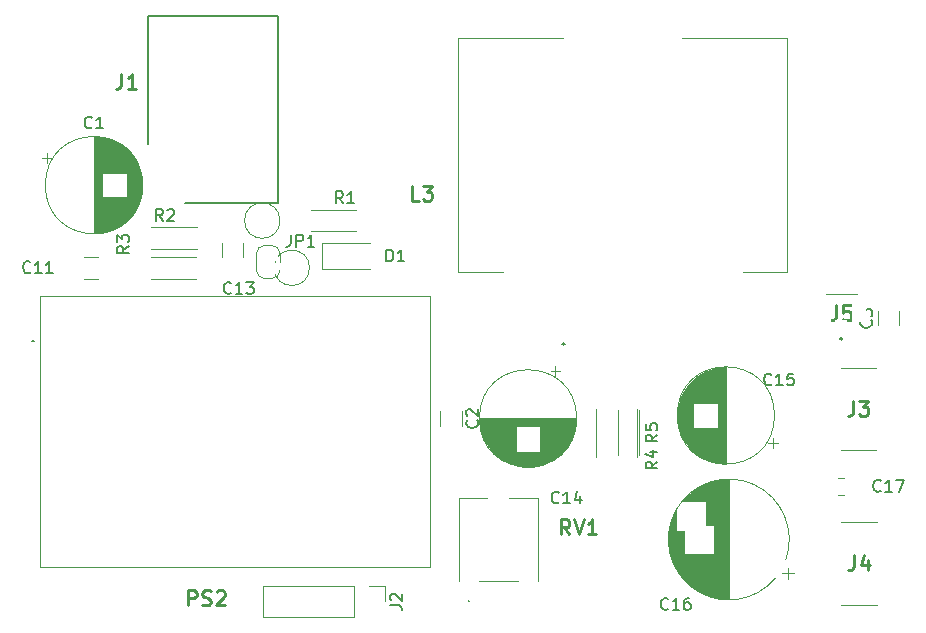
<source format=gto>
G04 #@! TF.GenerationSoftware,KiCad,Pcbnew,(5.1.4)-1*
G04 #@! TF.CreationDate,2021-06-03T13:54:43-04:00*
G04 #@! TF.ProjectId,coil_power_mod,636f696c-5f70-46f7-9765-725f6d6f642e,rev?*
G04 #@! TF.SameCoordinates,Original*
G04 #@! TF.FileFunction,Legend,Top*
G04 #@! TF.FilePolarity,Positive*
%FSLAX46Y46*%
G04 Gerber Fmt 4.6, Leading zero omitted, Abs format (unit mm)*
G04 Created by KiCad (PCBNEW (5.1.4)-1) date 2021-06-03 13:54:43*
%MOMM*%
%LPD*%
G04 APERTURE LIST*
%ADD10C,0.200000*%
%ADD11C,0.100000*%
%ADD12C,0.120000*%
%ADD13C,0.254000*%
%ADD14C,0.150000*%
%ADD15R,1.152000X2.302000*%
%ADD16R,1.102000X1.152000*%
%ADD17C,2.402000*%
%ADD18C,1.527000*%
%ADD19C,2.102000*%
%ADD20O,1.502000X1.502000*%
%ADD21C,1.502000*%
%ADD22C,0.500000*%
%ADD23C,1.627000*%
%ADD24R,2.102000X2.102000*%
%ADD25C,1.702000*%
%ADD26R,1.702000X1.702000*%
%ADD27R,1.292000X3.652000*%
%ADD28C,2.902000*%
%ADD29C,3.602000*%
%ADD30R,6.452000X5.382000*%
%ADD31R,5.432000X5.692000*%
%ADD32O,1.802000X1.802000*%
%ADD33R,1.802000X1.802000*%
%ADD34C,1.977000*%
%ADD35R,1.977000X1.977000*%
%ADD36C,1.252000*%
G04 APERTURE END LIST*
D10*
X162425000Y-59000000D02*
G75*
G02X162625000Y-59000000I100000J0D01*
G01*
X162625000Y-59000000D02*
G75*
G02X162425000Y-59000000I-100000J0D01*
G01*
X162625000Y-59000000D02*
X162625000Y-59000000D01*
X162425000Y-59000000D02*
X162425000Y-59000000D01*
D11*
X161225000Y-55200000D02*
X163825000Y-55200000D01*
X162540000Y-81540000D02*
X165540000Y-81540000D01*
X162540000Y-74540000D02*
X165540000Y-74540000D01*
X162460000Y-68460000D02*
X165460000Y-68460000D01*
X162460000Y-61460000D02*
X165460000Y-61460000D01*
D12*
X167410000Y-57877064D02*
X167410000Y-56672936D01*
X165590000Y-57877064D02*
X165590000Y-56672936D01*
X128590000Y-65147936D02*
X128590000Y-66352064D01*
X130410000Y-65147936D02*
X130410000Y-66352064D01*
X117500000Y-53000000D02*
G75*
G03X117500000Y-53000000I-1500000J0D01*
G01*
X115000000Y-49000000D02*
G75*
G03X115000000Y-49000000I-1500000J0D01*
G01*
X107880000Y-52080000D02*
X104040000Y-52080000D01*
X107880000Y-53920000D02*
X104040000Y-53920000D01*
X104120000Y-51420000D02*
X107960000Y-51420000D01*
X104120000Y-49580000D02*
X107960000Y-49580000D01*
X117620000Y-49920000D02*
X121460000Y-49920000D01*
X117620000Y-48080000D02*
X121460000Y-48080000D01*
X113000000Y-53200000D02*
X113000000Y-51800000D01*
X113700000Y-51100000D02*
X114300000Y-51100000D01*
X115000000Y-51800000D02*
X115000000Y-53200000D01*
X114300000Y-53900000D02*
X113700000Y-53900000D01*
X113700000Y-53900000D02*
G75*
G02X113000000Y-53200000I0J700000D01*
G01*
X115000000Y-53200000D02*
G75*
G02X114300000Y-53900000I-700000J0D01*
G01*
X114300000Y-51100000D02*
G75*
G02X115000000Y-51800000I0J-700000D01*
G01*
X113000000Y-51800000D02*
G75*
G02X113700000Y-51100000I700000J0D01*
G01*
X145420000Y-68880000D02*
X145420000Y-65040000D01*
X143580000Y-68880000D02*
X143580000Y-65040000D01*
X145210000Y-69052064D02*
X145210000Y-64947936D01*
X141790000Y-69052064D02*
X141790000Y-64947936D01*
X157979646Y-79375000D02*
X157979646Y-78375000D01*
X158479646Y-78875000D02*
X157479646Y-78875000D01*
X147919000Y-76599000D02*
X147919000Y-75401000D01*
X147959000Y-76862000D02*
X147959000Y-75138000D01*
X147999000Y-77062000D02*
X147999000Y-74938000D01*
X148039000Y-77230000D02*
X148039000Y-74770000D01*
X148079000Y-77378000D02*
X148079000Y-74622000D01*
X148119000Y-77510000D02*
X148119000Y-74490000D01*
X148159000Y-77630000D02*
X148159000Y-74370000D01*
X148199000Y-77742000D02*
X148199000Y-74258000D01*
X148239000Y-77846000D02*
X148239000Y-74154000D01*
X148279000Y-77944000D02*
X148279000Y-74056000D01*
X148319000Y-78037000D02*
X148319000Y-73963000D01*
X148359000Y-78125000D02*
X148359000Y-73875000D01*
X148399000Y-78209000D02*
X148399000Y-73791000D01*
X148439000Y-78289000D02*
X148439000Y-73711000D01*
X148479000Y-78365000D02*
X148479000Y-73635000D01*
X148519000Y-78439000D02*
X148519000Y-73561000D01*
X148559000Y-78510000D02*
X148559000Y-73490000D01*
X148599000Y-78579000D02*
X148599000Y-75240000D01*
X148639000Y-78645000D02*
X148639000Y-75240000D01*
X148679000Y-78709000D02*
X148679000Y-75240000D01*
X148719000Y-78770000D02*
X148719000Y-75240000D01*
X148759000Y-78830000D02*
X148759000Y-75240000D01*
X148799000Y-78889000D02*
X148799000Y-75240000D01*
X148839000Y-78945000D02*
X148839000Y-75240000D01*
X148879000Y-79000000D02*
X148879000Y-75240000D01*
X148919000Y-79054000D02*
X148919000Y-75240000D01*
X148959000Y-79106000D02*
X148959000Y-75240000D01*
X148999000Y-79156000D02*
X148999000Y-75240000D01*
X149039000Y-79206000D02*
X149039000Y-75240000D01*
X149079000Y-72760000D02*
X149079000Y-72746000D01*
X149079000Y-79254000D02*
X149079000Y-75240000D01*
X149119000Y-72760000D02*
X149119000Y-72699000D01*
X149119000Y-79301000D02*
X149119000Y-75240000D01*
X149159000Y-72760000D02*
X149159000Y-72653000D01*
X149159000Y-79347000D02*
X149159000Y-75240000D01*
X149199000Y-72760000D02*
X149199000Y-72608000D01*
X149199000Y-79392000D02*
X149199000Y-75240000D01*
X149239000Y-72760000D02*
X149239000Y-72564000D01*
X149239000Y-79436000D02*
X149239000Y-75240000D01*
X149279000Y-72760000D02*
X149279000Y-72522000D01*
X149279000Y-79478000D02*
X149279000Y-77241000D01*
X149319000Y-72760000D02*
X149319000Y-72480000D01*
X149319000Y-79520000D02*
X149319000Y-77241000D01*
X149359000Y-72760000D02*
X149359000Y-72439000D01*
X149359000Y-79561000D02*
X149359000Y-77241000D01*
X149399000Y-72760000D02*
X149399000Y-72399000D01*
X149399000Y-79601000D02*
X149399000Y-77241000D01*
X149439000Y-72760000D02*
X149439000Y-72360000D01*
X149439000Y-79640000D02*
X149439000Y-77241000D01*
X149479000Y-72760000D02*
X149479000Y-72321000D01*
X149479000Y-79679000D02*
X149479000Y-77241000D01*
X149519000Y-72760000D02*
X149519000Y-72284000D01*
X149519000Y-79716000D02*
X149519000Y-77241000D01*
X149559000Y-72760000D02*
X149559000Y-72247000D01*
X149559000Y-79753000D02*
X149559000Y-77241000D01*
X149599000Y-72760000D02*
X149599000Y-72211000D01*
X149599000Y-79789000D02*
X149599000Y-77241000D01*
X149639000Y-72760000D02*
X149639000Y-72176000D01*
X149639000Y-79824000D02*
X149639000Y-77241000D01*
X149679000Y-72760000D02*
X149679000Y-72142000D01*
X149679000Y-79858000D02*
X149679000Y-77241000D01*
X149719000Y-72760000D02*
X149719000Y-72108000D01*
X149719000Y-79892000D02*
X149719000Y-77241000D01*
X149759000Y-72760000D02*
X149759000Y-72075000D01*
X149759000Y-79925000D02*
X149759000Y-77241000D01*
X149799000Y-72760000D02*
X149799000Y-72043000D01*
X149799000Y-79957000D02*
X149799000Y-77241000D01*
X149839000Y-72760000D02*
X149839000Y-72011000D01*
X149839000Y-79989000D02*
X149839000Y-77241000D01*
X149879000Y-72760000D02*
X149879000Y-71980000D01*
X149879000Y-80020000D02*
X149879000Y-77241000D01*
X149919000Y-72760000D02*
X149919000Y-71950000D01*
X149919000Y-80050000D02*
X149919000Y-77241000D01*
X149959000Y-72760000D02*
X149959000Y-71920000D01*
X149959000Y-80080000D02*
X149959000Y-77241000D01*
X149999000Y-72760000D02*
X149999000Y-71890000D01*
X149999000Y-80110000D02*
X149999000Y-77241000D01*
X150039000Y-72760000D02*
X150039000Y-71862000D01*
X150039000Y-80138000D02*
X150039000Y-77241000D01*
X150079000Y-72760000D02*
X150079000Y-71834000D01*
X150079000Y-80166000D02*
X150079000Y-77241000D01*
X150119000Y-72760000D02*
X150119000Y-71806000D01*
X150119000Y-80194000D02*
X150119000Y-77241000D01*
X150159000Y-72760000D02*
X150159000Y-71779000D01*
X150159000Y-80221000D02*
X150159000Y-77241000D01*
X150199000Y-72760000D02*
X150199000Y-71753000D01*
X150199000Y-80247000D02*
X150199000Y-77241000D01*
X150239000Y-72760000D02*
X150239000Y-71727000D01*
X150239000Y-80273000D02*
X150239000Y-77241000D01*
X150279000Y-72760000D02*
X150279000Y-71702000D01*
X150279000Y-80298000D02*
X150279000Y-77241000D01*
X150319000Y-72760000D02*
X150319000Y-71677000D01*
X150319000Y-80323000D02*
X150319000Y-77241000D01*
X150359000Y-72760000D02*
X150359000Y-71653000D01*
X150359000Y-80347000D02*
X150359000Y-77241000D01*
X150399000Y-72760000D02*
X150399000Y-71629000D01*
X150399000Y-80371000D02*
X150399000Y-77241000D01*
X150439000Y-72760000D02*
X150439000Y-71605000D01*
X150439000Y-80395000D02*
X150439000Y-77241000D01*
X150479000Y-72760000D02*
X150479000Y-71583000D01*
X150479000Y-80417000D02*
X150479000Y-77241000D01*
X150519000Y-72760000D02*
X150519000Y-71560000D01*
X150519000Y-80440000D02*
X150519000Y-77241000D01*
X150559000Y-72760000D02*
X150559000Y-71538000D01*
X150559000Y-80462000D02*
X150559000Y-77241000D01*
X150599000Y-72760000D02*
X150599000Y-71517000D01*
X150599000Y-80483000D02*
X150599000Y-77241000D01*
X150639000Y-72760000D02*
X150639000Y-71496000D01*
X150639000Y-80504000D02*
X150639000Y-77241000D01*
X150679000Y-72760000D02*
X150679000Y-71475000D01*
X150679000Y-80525000D02*
X150679000Y-77241000D01*
X150719000Y-72760000D02*
X150719000Y-71455000D01*
X150719000Y-80545000D02*
X150719000Y-77241000D01*
X150759000Y-72760000D02*
X150759000Y-71436000D01*
X150759000Y-80564000D02*
X150759000Y-77241000D01*
X150799000Y-72760000D02*
X150799000Y-71416000D01*
X150799000Y-80584000D02*
X150799000Y-77241000D01*
X150839000Y-72760000D02*
X150839000Y-71397000D01*
X150839000Y-80603000D02*
X150839000Y-77241000D01*
X150879000Y-72760000D02*
X150879000Y-71379000D01*
X150879000Y-80621000D02*
X150879000Y-77241000D01*
X150919000Y-72760000D02*
X150919000Y-71361000D01*
X150919000Y-80639000D02*
X150919000Y-77241000D01*
X150959000Y-72760000D02*
X150959000Y-71343000D01*
X150959000Y-80657000D02*
X150959000Y-77241000D01*
X150999000Y-72760000D02*
X150999000Y-71326000D01*
X150999000Y-80674000D02*
X150999000Y-77241000D01*
X151039000Y-72760000D02*
X151039000Y-71310000D01*
X151039000Y-80690000D02*
X151039000Y-77241000D01*
X151079000Y-74759000D02*
X151079000Y-71293000D01*
X151079000Y-80707000D02*
X151079000Y-77241000D01*
X151119000Y-74759000D02*
X151119000Y-71277000D01*
X151119000Y-80723000D02*
X151119000Y-77241000D01*
X151159000Y-74759000D02*
X151159000Y-71262000D01*
X151159000Y-80738000D02*
X151159000Y-77241000D01*
X151199000Y-74759000D02*
X151199000Y-71246000D01*
X151199000Y-80754000D02*
X151199000Y-77241000D01*
X151239000Y-74759000D02*
X151239000Y-71232000D01*
X151239000Y-80768000D02*
X151239000Y-77241000D01*
X151279000Y-74759000D02*
X151279000Y-71217000D01*
X151279000Y-80783000D02*
X151279000Y-77241000D01*
X151319000Y-74759000D02*
X151319000Y-71203000D01*
X151319000Y-80797000D02*
X151319000Y-77241000D01*
X151359000Y-74759000D02*
X151359000Y-71189000D01*
X151359000Y-80811000D02*
X151359000Y-77241000D01*
X151399000Y-74759000D02*
X151399000Y-71176000D01*
X151399000Y-80824000D02*
X151399000Y-77241000D01*
X151439000Y-74759000D02*
X151439000Y-71163000D01*
X151439000Y-80837000D02*
X151439000Y-77241000D01*
X151479000Y-74759000D02*
X151479000Y-71150000D01*
X151479000Y-80850000D02*
X151479000Y-77241000D01*
X151519000Y-74759000D02*
X151519000Y-71138000D01*
X151519000Y-80862000D02*
X151519000Y-77241000D01*
X151559000Y-74759000D02*
X151559000Y-71126000D01*
X151559000Y-80874000D02*
X151559000Y-77241000D01*
X151599000Y-74759000D02*
X151599000Y-71115000D01*
X151599000Y-80885000D02*
X151599000Y-77241000D01*
X151639000Y-74759000D02*
X151639000Y-71103000D01*
X151639000Y-80897000D02*
X151639000Y-77241000D01*
X151679000Y-74759000D02*
X151679000Y-71093000D01*
X151679000Y-80907000D02*
X151679000Y-77241000D01*
X151719000Y-74759000D02*
X151719000Y-71082000D01*
X151719000Y-80918000D02*
X151719000Y-77241000D01*
X151759000Y-80928000D02*
X151759000Y-71072000D01*
X151799000Y-80938000D02*
X151799000Y-71062000D01*
X151839000Y-80947000D02*
X151839000Y-71053000D01*
X151879000Y-80956000D02*
X151879000Y-71044000D01*
X151919000Y-80965000D02*
X151919000Y-71035000D01*
X151959000Y-80974000D02*
X151959000Y-71026000D01*
X151999000Y-80982000D02*
X151999000Y-71018000D01*
X152039000Y-80990000D02*
X152039000Y-71010000D01*
X152079000Y-80997000D02*
X152079000Y-71003000D01*
X152119000Y-81004000D02*
X152119000Y-70996000D01*
X152159000Y-81011000D02*
X152159000Y-70989000D01*
X152199000Y-81018000D02*
X152199000Y-70982000D01*
X152239000Y-81024000D02*
X152239000Y-70976000D01*
X152279000Y-81030000D02*
X152279000Y-70970000D01*
X152320000Y-81035000D02*
X152320000Y-70965000D01*
X152360000Y-81040000D02*
X152360000Y-70960000D01*
X152400000Y-81045000D02*
X152400000Y-70955000D01*
X152440000Y-81050000D02*
X152440000Y-70950000D01*
X152480000Y-81054000D02*
X152480000Y-70946000D01*
X152520000Y-81058000D02*
X152520000Y-70942000D01*
X152560000Y-81062000D02*
X152560000Y-70938000D01*
X152600000Y-81065000D02*
X152600000Y-70935000D01*
X152640000Y-81068000D02*
X152640000Y-70932000D01*
X152680000Y-81070000D02*
X152680000Y-70930000D01*
X152720000Y-81073000D02*
X152720000Y-70927000D01*
X152760000Y-81075000D02*
X152760000Y-70925000D01*
X152800000Y-81077000D02*
X152800000Y-70923000D01*
X152840000Y-81078000D02*
X152840000Y-70922000D01*
X152880000Y-81079000D02*
X152880000Y-70921000D01*
X152920000Y-81080000D02*
X152920000Y-70920000D01*
X152960000Y-81080000D02*
X152960000Y-70920000D01*
X153000000Y-81080000D02*
X153000000Y-70920000D01*
X157824904Y-77713098D02*
G75*
G03X156948012Y-79260000I-4824904J1713098D01*
G01*
X95240302Y-43285000D02*
X95240302Y-44085000D01*
X94840302Y-43685000D02*
X95640302Y-43685000D01*
X103331000Y-45467000D02*
X103331000Y-46533000D01*
X103291000Y-45232000D02*
X103291000Y-46768000D01*
X103251000Y-45052000D02*
X103251000Y-46948000D01*
X103211000Y-44902000D02*
X103211000Y-47098000D01*
X103171000Y-44771000D02*
X103171000Y-47229000D01*
X103131000Y-44654000D02*
X103131000Y-47346000D01*
X103091000Y-44547000D02*
X103091000Y-47453000D01*
X103051000Y-44448000D02*
X103051000Y-47552000D01*
X103011000Y-44355000D02*
X103011000Y-47645000D01*
X102971000Y-44269000D02*
X102971000Y-47731000D01*
X102931000Y-44187000D02*
X102931000Y-47813000D01*
X102891000Y-44110000D02*
X102891000Y-47890000D01*
X102851000Y-44036000D02*
X102851000Y-47964000D01*
X102811000Y-43966000D02*
X102811000Y-48034000D01*
X102771000Y-43898000D02*
X102771000Y-48102000D01*
X102731000Y-43834000D02*
X102731000Y-48166000D01*
X102691000Y-43772000D02*
X102691000Y-48228000D01*
X102651000Y-43713000D02*
X102651000Y-48287000D01*
X102611000Y-43655000D02*
X102611000Y-48345000D01*
X102571000Y-43600000D02*
X102571000Y-48400000D01*
X102531000Y-43546000D02*
X102531000Y-48454000D01*
X102491000Y-43495000D02*
X102491000Y-48505000D01*
X102451000Y-43444000D02*
X102451000Y-48556000D01*
X102411000Y-43396000D02*
X102411000Y-48604000D01*
X102371000Y-43349000D02*
X102371000Y-48651000D01*
X102331000Y-43303000D02*
X102331000Y-48697000D01*
X102291000Y-43259000D02*
X102291000Y-48741000D01*
X102251000Y-43216000D02*
X102251000Y-48784000D01*
X102211000Y-43174000D02*
X102211000Y-48826000D01*
X102171000Y-43133000D02*
X102171000Y-48867000D01*
X102131000Y-43093000D02*
X102131000Y-48907000D01*
X102091000Y-43055000D02*
X102091000Y-48945000D01*
X102051000Y-43017000D02*
X102051000Y-48983000D01*
X102011000Y-47040000D02*
X102011000Y-49019000D01*
X102011000Y-42981000D02*
X102011000Y-44960000D01*
X101971000Y-47040000D02*
X101971000Y-49055000D01*
X101971000Y-42945000D02*
X101971000Y-44960000D01*
X101931000Y-47040000D02*
X101931000Y-49090000D01*
X101931000Y-42910000D02*
X101931000Y-44960000D01*
X101891000Y-47040000D02*
X101891000Y-49124000D01*
X101891000Y-42876000D02*
X101891000Y-44960000D01*
X101851000Y-47040000D02*
X101851000Y-49156000D01*
X101851000Y-42844000D02*
X101851000Y-44960000D01*
X101811000Y-47040000D02*
X101811000Y-49189000D01*
X101811000Y-42811000D02*
X101811000Y-44960000D01*
X101771000Y-47040000D02*
X101771000Y-49220000D01*
X101771000Y-42780000D02*
X101771000Y-44960000D01*
X101731000Y-47040000D02*
X101731000Y-49250000D01*
X101731000Y-42750000D02*
X101731000Y-44960000D01*
X101691000Y-47040000D02*
X101691000Y-49280000D01*
X101691000Y-42720000D02*
X101691000Y-44960000D01*
X101651000Y-47040000D02*
X101651000Y-49309000D01*
X101651000Y-42691000D02*
X101651000Y-44960000D01*
X101611000Y-47040000D02*
X101611000Y-49338000D01*
X101611000Y-42662000D02*
X101611000Y-44960000D01*
X101571000Y-47040000D02*
X101571000Y-49365000D01*
X101571000Y-42635000D02*
X101571000Y-44960000D01*
X101531000Y-47040000D02*
X101531000Y-49392000D01*
X101531000Y-42608000D02*
X101531000Y-44960000D01*
X101491000Y-47040000D02*
X101491000Y-49418000D01*
X101491000Y-42582000D02*
X101491000Y-44960000D01*
X101451000Y-47040000D02*
X101451000Y-49444000D01*
X101451000Y-42556000D02*
X101451000Y-44960000D01*
X101411000Y-47040000D02*
X101411000Y-49469000D01*
X101411000Y-42531000D02*
X101411000Y-44960000D01*
X101371000Y-47040000D02*
X101371000Y-49493000D01*
X101371000Y-42507000D02*
X101371000Y-44960000D01*
X101331000Y-47040000D02*
X101331000Y-49517000D01*
X101331000Y-42483000D02*
X101331000Y-44960000D01*
X101291000Y-47040000D02*
X101291000Y-49540000D01*
X101291000Y-42460000D02*
X101291000Y-44960000D01*
X101251000Y-47040000D02*
X101251000Y-49562000D01*
X101251000Y-42438000D02*
X101251000Y-44960000D01*
X101211000Y-47040000D02*
X101211000Y-49584000D01*
X101211000Y-42416000D02*
X101211000Y-44960000D01*
X101171000Y-47040000D02*
X101171000Y-49606000D01*
X101171000Y-42394000D02*
X101171000Y-44960000D01*
X101131000Y-47040000D02*
X101131000Y-49627000D01*
X101131000Y-42373000D02*
X101131000Y-44960000D01*
X101091000Y-47040000D02*
X101091000Y-49647000D01*
X101091000Y-42353000D02*
X101091000Y-44960000D01*
X101051000Y-47040000D02*
X101051000Y-49666000D01*
X101051000Y-42334000D02*
X101051000Y-44960000D01*
X101011000Y-47040000D02*
X101011000Y-49686000D01*
X101011000Y-42314000D02*
X101011000Y-44960000D01*
X100971000Y-47040000D02*
X100971000Y-49704000D01*
X100971000Y-42296000D02*
X100971000Y-44960000D01*
X100931000Y-47040000D02*
X100931000Y-49722000D01*
X100931000Y-42278000D02*
X100931000Y-44960000D01*
X100891000Y-47040000D02*
X100891000Y-49740000D01*
X100891000Y-42260000D02*
X100891000Y-44960000D01*
X100851000Y-47040000D02*
X100851000Y-49757000D01*
X100851000Y-42243000D02*
X100851000Y-44960000D01*
X100811000Y-47040000D02*
X100811000Y-49774000D01*
X100811000Y-42226000D02*
X100811000Y-44960000D01*
X100771000Y-47040000D02*
X100771000Y-49790000D01*
X100771000Y-42210000D02*
X100771000Y-44960000D01*
X100731000Y-47040000D02*
X100731000Y-49805000D01*
X100731000Y-42195000D02*
X100731000Y-44960000D01*
X100691000Y-47040000D02*
X100691000Y-49821000D01*
X100691000Y-42179000D02*
X100691000Y-44960000D01*
X100651000Y-47040000D02*
X100651000Y-49835000D01*
X100651000Y-42165000D02*
X100651000Y-44960000D01*
X100611000Y-47040000D02*
X100611000Y-49850000D01*
X100611000Y-42150000D02*
X100611000Y-44960000D01*
X100571000Y-47040000D02*
X100571000Y-49863000D01*
X100571000Y-42137000D02*
X100571000Y-44960000D01*
X100531000Y-47040000D02*
X100531000Y-49877000D01*
X100531000Y-42123000D02*
X100531000Y-44960000D01*
X100491000Y-47040000D02*
X100491000Y-49889000D01*
X100491000Y-42111000D02*
X100491000Y-44960000D01*
X100451000Y-47040000D02*
X100451000Y-49902000D01*
X100451000Y-42098000D02*
X100451000Y-44960000D01*
X100411000Y-47040000D02*
X100411000Y-49914000D01*
X100411000Y-42086000D02*
X100411000Y-44960000D01*
X100371000Y-47040000D02*
X100371000Y-49925000D01*
X100371000Y-42075000D02*
X100371000Y-44960000D01*
X100331000Y-47040000D02*
X100331000Y-49936000D01*
X100331000Y-42064000D02*
X100331000Y-44960000D01*
X100291000Y-47040000D02*
X100291000Y-49947000D01*
X100291000Y-42053000D02*
X100291000Y-44960000D01*
X100251000Y-47040000D02*
X100251000Y-49957000D01*
X100251000Y-42043000D02*
X100251000Y-44960000D01*
X100211000Y-47040000D02*
X100211000Y-49967000D01*
X100211000Y-42033000D02*
X100211000Y-44960000D01*
X100171000Y-47040000D02*
X100171000Y-49976000D01*
X100171000Y-42024000D02*
X100171000Y-44960000D01*
X100131000Y-47040000D02*
X100131000Y-49985000D01*
X100131000Y-42015000D02*
X100131000Y-44960000D01*
X100091000Y-47040000D02*
X100091000Y-49994000D01*
X100091000Y-42006000D02*
X100091000Y-44960000D01*
X100051000Y-47040000D02*
X100051000Y-50002000D01*
X100051000Y-41998000D02*
X100051000Y-44960000D01*
X100011000Y-47040000D02*
X100011000Y-50010000D01*
X100011000Y-41990000D02*
X100011000Y-44960000D01*
X99971000Y-47040000D02*
X99971000Y-50017000D01*
X99971000Y-41983000D02*
X99971000Y-44960000D01*
X99930000Y-41976000D02*
X99930000Y-50024000D01*
X99890000Y-41970000D02*
X99890000Y-50030000D01*
X99850000Y-41963000D02*
X99850000Y-50037000D01*
X99810000Y-41958000D02*
X99810000Y-50042000D01*
X99770000Y-41952000D02*
X99770000Y-50048000D01*
X99730000Y-41948000D02*
X99730000Y-50052000D01*
X99690000Y-41943000D02*
X99690000Y-50057000D01*
X99650000Y-41939000D02*
X99650000Y-50061000D01*
X99610000Y-41935000D02*
X99610000Y-50065000D01*
X99570000Y-41932000D02*
X99570000Y-50068000D01*
X99530000Y-41929000D02*
X99530000Y-50071000D01*
X99490000Y-41926000D02*
X99490000Y-50074000D01*
X99450000Y-41924000D02*
X99450000Y-50076000D01*
X99410000Y-41923000D02*
X99410000Y-50077000D01*
X99370000Y-41921000D02*
X99370000Y-50079000D01*
X99330000Y-41920000D02*
X99330000Y-50080000D01*
X99290000Y-41920000D02*
X99290000Y-50080000D01*
X99250000Y-41920000D02*
X99250000Y-50080000D01*
X103370000Y-46000000D02*
G75*
G03X103370000Y-46000000I-4120000J0D01*
G01*
D11*
X130900000Y-81200000D02*
G75*
G02X131000000Y-81200000I50000J0D01*
G01*
X131000000Y-81200000D02*
G75*
G02X130900000Y-81200000I-50000J0D01*
G01*
X131000000Y-81200000D02*
X131000000Y-81200000D01*
X130900000Y-81200000D02*
X130900000Y-81200000D01*
X133500000Y-79520000D02*
X135140000Y-79520000D01*
X133500000Y-79520000D02*
X131884000Y-79520000D01*
X130145000Y-72480000D02*
X132560000Y-72480000D01*
X136855000Y-72480000D02*
X134401000Y-72480000D01*
X136855000Y-72480000D02*
X136855000Y-79520000D01*
X130145000Y-79520000D02*
X130145000Y-72480000D01*
D10*
X94135000Y-59205000D02*
G75*
G02X94035000Y-59205000I-50000J0D01*
G01*
X94035000Y-59205000D02*
G75*
G02X94135000Y-59205000I50000J0D01*
G01*
X94135000Y-59205000D02*
G75*
G02X94035000Y-59205000I-50000J0D01*
G01*
X94035000Y-59205000D02*
X94035000Y-59205000D01*
X94135000Y-59205000D02*
X94135000Y-59205000D01*
X94035000Y-59205000D02*
X94035000Y-59205000D01*
D11*
X94685000Y-55405000D02*
X94685000Y-78305000D01*
X127685000Y-55405000D02*
X94685000Y-55405000D01*
X127685000Y-78305000D02*
X127685000Y-55405000D01*
X94685000Y-78305000D02*
X127685000Y-78305000D01*
D10*
X138900000Y-59460000D02*
G75*
G03X139100000Y-59460000I100000J0D01*
G01*
X139100000Y-59460000D02*
G75*
G03X138900000Y-59460000I-100000J0D01*
G01*
X139100000Y-59460000D02*
X139100000Y-59460000D01*
X138900000Y-59460000D02*
X138900000Y-59460000D01*
D11*
X157950000Y-53360000D02*
X154160000Y-53360000D01*
X157950000Y-33560000D02*
X157950000Y-53360000D01*
X149075000Y-33560000D02*
X157950000Y-33560000D01*
X130050000Y-33560000D02*
X138920000Y-33560000D01*
X130050000Y-53365000D02*
X130050000Y-33560000D01*
X133840000Y-53360000D02*
X130050000Y-53365000D01*
D12*
X123870000Y-79920000D02*
X123870000Y-81250000D01*
X122540000Y-79920000D02*
X123870000Y-79920000D01*
X121270000Y-79920000D02*
X121270000Y-82580000D01*
X121270000Y-82580000D02*
X113590000Y-82580000D01*
X121270000Y-79920000D02*
X113590000Y-79920000D01*
X113590000Y-79920000D02*
X113590000Y-82580000D01*
D10*
X103850000Y-31670000D02*
X103850000Y-42500000D01*
X114850000Y-31670000D02*
X103850000Y-31670000D01*
X114850000Y-47500000D02*
X114850000Y-31670000D01*
X107000000Y-47500000D02*
X114850000Y-47500000D01*
D12*
X118540000Y-53135000D02*
X122600000Y-53135000D01*
X118540000Y-50865000D02*
X118540000Y-53135000D01*
X122600000Y-50865000D02*
X118540000Y-50865000D01*
X162213748Y-72210000D02*
X162736252Y-72210000D01*
X162213748Y-70790000D02*
X162736252Y-70790000D01*
X156759698Y-68215000D02*
X156759698Y-67415000D01*
X157159698Y-67815000D02*
X156359698Y-67815000D01*
X148669000Y-66033000D02*
X148669000Y-64967000D01*
X148709000Y-66268000D02*
X148709000Y-64732000D01*
X148749000Y-66448000D02*
X148749000Y-64552000D01*
X148789000Y-66598000D02*
X148789000Y-64402000D01*
X148829000Y-66729000D02*
X148829000Y-64271000D01*
X148869000Y-66846000D02*
X148869000Y-64154000D01*
X148909000Y-66953000D02*
X148909000Y-64047000D01*
X148949000Y-67052000D02*
X148949000Y-63948000D01*
X148989000Y-67145000D02*
X148989000Y-63855000D01*
X149029000Y-67231000D02*
X149029000Y-63769000D01*
X149069000Y-67313000D02*
X149069000Y-63687000D01*
X149109000Y-67390000D02*
X149109000Y-63610000D01*
X149149000Y-67464000D02*
X149149000Y-63536000D01*
X149189000Y-67534000D02*
X149189000Y-63466000D01*
X149229000Y-67602000D02*
X149229000Y-63398000D01*
X149269000Y-67666000D02*
X149269000Y-63334000D01*
X149309000Y-67728000D02*
X149309000Y-63272000D01*
X149349000Y-67787000D02*
X149349000Y-63213000D01*
X149389000Y-67845000D02*
X149389000Y-63155000D01*
X149429000Y-67900000D02*
X149429000Y-63100000D01*
X149469000Y-67954000D02*
X149469000Y-63046000D01*
X149509000Y-68005000D02*
X149509000Y-62995000D01*
X149549000Y-68056000D02*
X149549000Y-62944000D01*
X149589000Y-68104000D02*
X149589000Y-62896000D01*
X149629000Y-68151000D02*
X149629000Y-62849000D01*
X149669000Y-68197000D02*
X149669000Y-62803000D01*
X149709000Y-68241000D02*
X149709000Y-62759000D01*
X149749000Y-68284000D02*
X149749000Y-62716000D01*
X149789000Y-68326000D02*
X149789000Y-62674000D01*
X149829000Y-68367000D02*
X149829000Y-62633000D01*
X149869000Y-68407000D02*
X149869000Y-62593000D01*
X149909000Y-68445000D02*
X149909000Y-62555000D01*
X149949000Y-68483000D02*
X149949000Y-62517000D01*
X149989000Y-64460000D02*
X149989000Y-62481000D01*
X149989000Y-68519000D02*
X149989000Y-66540000D01*
X150029000Y-64460000D02*
X150029000Y-62445000D01*
X150029000Y-68555000D02*
X150029000Y-66540000D01*
X150069000Y-64460000D02*
X150069000Y-62410000D01*
X150069000Y-68590000D02*
X150069000Y-66540000D01*
X150109000Y-64460000D02*
X150109000Y-62376000D01*
X150109000Y-68624000D02*
X150109000Y-66540000D01*
X150149000Y-64460000D02*
X150149000Y-62344000D01*
X150149000Y-68656000D02*
X150149000Y-66540000D01*
X150189000Y-64460000D02*
X150189000Y-62311000D01*
X150189000Y-68689000D02*
X150189000Y-66540000D01*
X150229000Y-64460000D02*
X150229000Y-62280000D01*
X150229000Y-68720000D02*
X150229000Y-66540000D01*
X150269000Y-64460000D02*
X150269000Y-62250000D01*
X150269000Y-68750000D02*
X150269000Y-66540000D01*
X150309000Y-64460000D02*
X150309000Y-62220000D01*
X150309000Y-68780000D02*
X150309000Y-66540000D01*
X150349000Y-64460000D02*
X150349000Y-62191000D01*
X150349000Y-68809000D02*
X150349000Y-66540000D01*
X150389000Y-64460000D02*
X150389000Y-62162000D01*
X150389000Y-68838000D02*
X150389000Y-66540000D01*
X150429000Y-64460000D02*
X150429000Y-62135000D01*
X150429000Y-68865000D02*
X150429000Y-66540000D01*
X150469000Y-64460000D02*
X150469000Y-62108000D01*
X150469000Y-68892000D02*
X150469000Y-66540000D01*
X150509000Y-64460000D02*
X150509000Y-62082000D01*
X150509000Y-68918000D02*
X150509000Y-66540000D01*
X150549000Y-64460000D02*
X150549000Y-62056000D01*
X150549000Y-68944000D02*
X150549000Y-66540000D01*
X150589000Y-64460000D02*
X150589000Y-62031000D01*
X150589000Y-68969000D02*
X150589000Y-66540000D01*
X150629000Y-64460000D02*
X150629000Y-62007000D01*
X150629000Y-68993000D02*
X150629000Y-66540000D01*
X150669000Y-64460000D02*
X150669000Y-61983000D01*
X150669000Y-69017000D02*
X150669000Y-66540000D01*
X150709000Y-64460000D02*
X150709000Y-61960000D01*
X150709000Y-69040000D02*
X150709000Y-66540000D01*
X150749000Y-64460000D02*
X150749000Y-61938000D01*
X150749000Y-69062000D02*
X150749000Y-66540000D01*
X150789000Y-64460000D02*
X150789000Y-61916000D01*
X150789000Y-69084000D02*
X150789000Y-66540000D01*
X150829000Y-64460000D02*
X150829000Y-61894000D01*
X150829000Y-69106000D02*
X150829000Y-66540000D01*
X150869000Y-64460000D02*
X150869000Y-61873000D01*
X150869000Y-69127000D02*
X150869000Y-66540000D01*
X150909000Y-64460000D02*
X150909000Y-61853000D01*
X150909000Y-69147000D02*
X150909000Y-66540000D01*
X150949000Y-64460000D02*
X150949000Y-61834000D01*
X150949000Y-69166000D02*
X150949000Y-66540000D01*
X150989000Y-64460000D02*
X150989000Y-61814000D01*
X150989000Y-69186000D02*
X150989000Y-66540000D01*
X151029000Y-64460000D02*
X151029000Y-61796000D01*
X151029000Y-69204000D02*
X151029000Y-66540000D01*
X151069000Y-64460000D02*
X151069000Y-61778000D01*
X151069000Y-69222000D02*
X151069000Y-66540000D01*
X151109000Y-64460000D02*
X151109000Y-61760000D01*
X151109000Y-69240000D02*
X151109000Y-66540000D01*
X151149000Y-64460000D02*
X151149000Y-61743000D01*
X151149000Y-69257000D02*
X151149000Y-66540000D01*
X151189000Y-64460000D02*
X151189000Y-61726000D01*
X151189000Y-69274000D02*
X151189000Y-66540000D01*
X151229000Y-64460000D02*
X151229000Y-61710000D01*
X151229000Y-69290000D02*
X151229000Y-66540000D01*
X151269000Y-64460000D02*
X151269000Y-61695000D01*
X151269000Y-69305000D02*
X151269000Y-66540000D01*
X151309000Y-64460000D02*
X151309000Y-61679000D01*
X151309000Y-69321000D02*
X151309000Y-66540000D01*
X151349000Y-64460000D02*
X151349000Y-61665000D01*
X151349000Y-69335000D02*
X151349000Y-66540000D01*
X151389000Y-64460000D02*
X151389000Y-61650000D01*
X151389000Y-69350000D02*
X151389000Y-66540000D01*
X151429000Y-64460000D02*
X151429000Y-61637000D01*
X151429000Y-69363000D02*
X151429000Y-66540000D01*
X151469000Y-64460000D02*
X151469000Y-61623000D01*
X151469000Y-69377000D02*
X151469000Y-66540000D01*
X151509000Y-64460000D02*
X151509000Y-61611000D01*
X151509000Y-69389000D02*
X151509000Y-66540000D01*
X151549000Y-64460000D02*
X151549000Y-61598000D01*
X151549000Y-69402000D02*
X151549000Y-66540000D01*
X151589000Y-64460000D02*
X151589000Y-61586000D01*
X151589000Y-69414000D02*
X151589000Y-66540000D01*
X151629000Y-64460000D02*
X151629000Y-61575000D01*
X151629000Y-69425000D02*
X151629000Y-66540000D01*
X151669000Y-64460000D02*
X151669000Y-61564000D01*
X151669000Y-69436000D02*
X151669000Y-66540000D01*
X151709000Y-64460000D02*
X151709000Y-61553000D01*
X151709000Y-69447000D02*
X151709000Y-66540000D01*
X151749000Y-64460000D02*
X151749000Y-61543000D01*
X151749000Y-69457000D02*
X151749000Y-66540000D01*
X151789000Y-64460000D02*
X151789000Y-61533000D01*
X151789000Y-69467000D02*
X151789000Y-66540000D01*
X151829000Y-64460000D02*
X151829000Y-61524000D01*
X151829000Y-69476000D02*
X151829000Y-66540000D01*
X151869000Y-64460000D02*
X151869000Y-61515000D01*
X151869000Y-69485000D02*
X151869000Y-66540000D01*
X151909000Y-64460000D02*
X151909000Y-61506000D01*
X151909000Y-69494000D02*
X151909000Y-66540000D01*
X151949000Y-64460000D02*
X151949000Y-61498000D01*
X151949000Y-69502000D02*
X151949000Y-66540000D01*
X151989000Y-64460000D02*
X151989000Y-61490000D01*
X151989000Y-69510000D02*
X151989000Y-66540000D01*
X152029000Y-64460000D02*
X152029000Y-61483000D01*
X152029000Y-69517000D02*
X152029000Y-66540000D01*
X152070000Y-69524000D02*
X152070000Y-61476000D01*
X152110000Y-69530000D02*
X152110000Y-61470000D01*
X152150000Y-69537000D02*
X152150000Y-61463000D01*
X152190000Y-69542000D02*
X152190000Y-61458000D01*
X152230000Y-69548000D02*
X152230000Y-61452000D01*
X152270000Y-69552000D02*
X152270000Y-61448000D01*
X152310000Y-69557000D02*
X152310000Y-61443000D01*
X152350000Y-69561000D02*
X152350000Y-61439000D01*
X152390000Y-69565000D02*
X152390000Y-61435000D01*
X152430000Y-69568000D02*
X152430000Y-61432000D01*
X152470000Y-69571000D02*
X152470000Y-61429000D01*
X152510000Y-69574000D02*
X152510000Y-61426000D01*
X152550000Y-69576000D02*
X152550000Y-61424000D01*
X152590000Y-69577000D02*
X152590000Y-61423000D01*
X152630000Y-69579000D02*
X152630000Y-61421000D01*
X152670000Y-69580000D02*
X152670000Y-61420000D01*
X152710000Y-69580000D02*
X152710000Y-61420000D01*
X152750000Y-69580000D02*
X152750000Y-61420000D01*
X156870000Y-65500000D02*
G75*
G03X156870000Y-65500000I-4120000J0D01*
G01*
X138715000Y-61740302D02*
X137915000Y-61740302D01*
X138315000Y-61340302D02*
X138315000Y-62140302D01*
X136533000Y-69831000D02*
X135467000Y-69831000D01*
X136768000Y-69791000D02*
X135232000Y-69791000D01*
X136948000Y-69751000D02*
X135052000Y-69751000D01*
X137098000Y-69711000D02*
X134902000Y-69711000D01*
X137229000Y-69671000D02*
X134771000Y-69671000D01*
X137346000Y-69631000D02*
X134654000Y-69631000D01*
X137453000Y-69591000D02*
X134547000Y-69591000D01*
X137552000Y-69551000D02*
X134448000Y-69551000D01*
X137645000Y-69511000D02*
X134355000Y-69511000D01*
X137731000Y-69471000D02*
X134269000Y-69471000D01*
X137813000Y-69431000D02*
X134187000Y-69431000D01*
X137890000Y-69391000D02*
X134110000Y-69391000D01*
X137964000Y-69351000D02*
X134036000Y-69351000D01*
X138034000Y-69311000D02*
X133966000Y-69311000D01*
X138102000Y-69271000D02*
X133898000Y-69271000D01*
X138166000Y-69231000D02*
X133834000Y-69231000D01*
X138228000Y-69191000D02*
X133772000Y-69191000D01*
X138287000Y-69151000D02*
X133713000Y-69151000D01*
X138345000Y-69111000D02*
X133655000Y-69111000D01*
X138400000Y-69071000D02*
X133600000Y-69071000D01*
X138454000Y-69031000D02*
X133546000Y-69031000D01*
X138505000Y-68991000D02*
X133495000Y-68991000D01*
X138556000Y-68951000D02*
X133444000Y-68951000D01*
X138604000Y-68911000D02*
X133396000Y-68911000D01*
X138651000Y-68871000D02*
X133349000Y-68871000D01*
X138697000Y-68831000D02*
X133303000Y-68831000D01*
X138741000Y-68791000D02*
X133259000Y-68791000D01*
X138784000Y-68751000D02*
X133216000Y-68751000D01*
X138826000Y-68711000D02*
X133174000Y-68711000D01*
X138867000Y-68671000D02*
X133133000Y-68671000D01*
X138907000Y-68631000D02*
X133093000Y-68631000D01*
X138945000Y-68591000D02*
X133055000Y-68591000D01*
X138983000Y-68551000D02*
X133017000Y-68551000D01*
X134960000Y-68511000D02*
X132981000Y-68511000D01*
X139019000Y-68511000D02*
X137040000Y-68511000D01*
X134960000Y-68471000D02*
X132945000Y-68471000D01*
X139055000Y-68471000D02*
X137040000Y-68471000D01*
X134960000Y-68431000D02*
X132910000Y-68431000D01*
X139090000Y-68431000D02*
X137040000Y-68431000D01*
X134960000Y-68391000D02*
X132876000Y-68391000D01*
X139124000Y-68391000D02*
X137040000Y-68391000D01*
X134960000Y-68351000D02*
X132844000Y-68351000D01*
X139156000Y-68351000D02*
X137040000Y-68351000D01*
X134960000Y-68311000D02*
X132811000Y-68311000D01*
X139189000Y-68311000D02*
X137040000Y-68311000D01*
X134960000Y-68271000D02*
X132780000Y-68271000D01*
X139220000Y-68271000D02*
X137040000Y-68271000D01*
X134960000Y-68231000D02*
X132750000Y-68231000D01*
X139250000Y-68231000D02*
X137040000Y-68231000D01*
X134960000Y-68191000D02*
X132720000Y-68191000D01*
X139280000Y-68191000D02*
X137040000Y-68191000D01*
X134960000Y-68151000D02*
X132691000Y-68151000D01*
X139309000Y-68151000D02*
X137040000Y-68151000D01*
X134960000Y-68111000D02*
X132662000Y-68111000D01*
X139338000Y-68111000D02*
X137040000Y-68111000D01*
X134960000Y-68071000D02*
X132635000Y-68071000D01*
X139365000Y-68071000D02*
X137040000Y-68071000D01*
X134960000Y-68031000D02*
X132608000Y-68031000D01*
X139392000Y-68031000D02*
X137040000Y-68031000D01*
X134960000Y-67991000D02*
X132582000Y-67991000D01*
X139418000Y-67991000D02*
X137040000Y-67991000D01*
X134960000Y-67951000D02*
X132556000Y-67951000D01*
X139444000Y-67951000D02*
X137040000Y-67951000D01*
X134960000Y-67911000D02*
X132531000Y-67911000D01*
X139469000Y-67911000D02*
X137040000Y-67911000D01*
X134960000Y-67871000D02*
X132507000Y-67871000D01*
X139493000Y-67871000D02*
X137040000Y-67871000D01*
X134960000Y-67831000D02*
X132483000Y-67831000D01*
X139517000Y-67831000D02*
X137040000Y-67831000D01*
X134960000Y-67791000D02*
X132460000Y-67791000D01*
X139540000Y-67791000D02*
X137040000Y-67791000D01*
X134960000Y-67751000D02*
X132438000Y-67751000D01*
X139562000Y-67751000D02*
X137040000Y-67751000D01*
X134960000Y-67711000D02*
X132416000Y-67711000D01*
X139584000Y-67711000D02*
X137040000Y-67711000D01*
X134960000Y-67671000D02*
X132394000Y-67671000D01*
X139606000Y-67671000D02*
X137040000Y-67671000D01*
X134960000Y-67631000D02*
X132373000Y-67631000D01*
X139627000Y-67631000D02*
X137040000Y-67631000D01*
X134960000Y-67591000D02*
X132353000Y-67591000D01*
X139647000Y-67591000D02*
X137040000Y-67591000D01*
X134960000Y-67551000D02*
X132334000Y-67551000D01*
X139666000Y-67551000D02*
X137040000Y-67551000D01*
X134960000Y-67511000D02*
X132314000Y-67511000D01*
X139686000Y-67511000D02*
X137040000Y-67511000D01*
X134960000Y-67471000D02*
X132296000Y-67471000D01*
X139704000Y-67471000D02*
X137040000Y-67471000D01*
X134960000Y-67431000D02*
X132278000Y-67431000D01*
X139722000Y-67431000D02*
X137040000Y-67431000D01*
X134960000Y-67391000D02*
X132260000Y-67391000D01*
X139740000Y-67391000D02*
X137040000Y-67391000D01*
X134960000Y-67351000D02*
X132243000Y-67351000D01*
X139757000Y-67351000D02*
X137040000Y-67351000D01*
X134960000Y-67311000D02*
X132226000Y-67311000D01*
X139774000Y-67311000D02*
X137040000Y-67311000D01*
X134960000Y-67271000D02*
X132210000Y-67271000D01*
X139790000Y-67271000D02*
X137040000Y-67271000D01*
X134960000Y-67231000D02*
X132195000Y-67231000D01*
X139805000Y-67231000D02*
X137040000Y-67231000D01*
X134960000Y-67191000D02*
X132179000Y-67191000D01*
X139821000Y-67191000D02*
X137040000Y-67191000D01*
X134960000Y-67151000D02*
X132165000Y-67151000D01*
X139835000Y-67151000D02*
X137040000Y-67151000D01*
X134960000Y-67111000D02*
X132150000Y-67111000D01*
X139850000Y-67111000D02*
X137040000Y-67111000D01*
X134960000Y-67071000D02*
X132137000Y-67071000D01*
X139863000Y-67071000D02*
X137040000Y-67071000D01*
X134960000Y-67031000D02*
X132123000Y-67031000D01*
X139877000Y-67031000D02*
X137040000Y-67031000D01*
X134960000Y-66991000D02*
X132111000Y-66991000D01*
X139889000Y-66991000D02*
X137040000Y-66991000D01*
X134960000Y-66951000D02*
X132098000Y-66951000D01*
X139902000Y-66951000D02*
X137040000Y-66951000D01*
X134960000Y-66911000D02*
X132086000Y-66911000D01*
X139914000Y-66911000D02*
X137040000Y-66911000D01*
X134960000Y-66871000D02*
X132075000Y-66871000D01*
X139925000Y-66871000D02*
X137040000Y-66871000D01*
X134960000Y-66831000D02*
X132064000Y-66831000D01*
X139936000Y-66831000D02*
X137040000Y-66831000D01*
X134960000Y-66791000D02*
X132053000Y-66791000D01*
X139947000Y-66791000D02*
X137040000Y-66791000D01*
X134960000Y-66751000D02*
X132043000Y-66751000D01*
X139957000Y-66751000D02*
X137040000Y-66751000D01*
X134960000Y-66711000D02*
X132033000Y-66711000D01*
X139967000Y-66711000D02*
X137040000Y-66711000D01*
X134960000Y-66671000D02*
X132024000Y-66671000D01*
X139976000Y-66671000D02*
X137040000Y-66671000D01*
X134960000Y-66631000D02*
X132015000Y-66631000D01*
X139985000Y-66631000D02*
X137040000Y-66631000D01*
X134960000Y-66591000D02*
X132006000Y-66591000D01*
X139994000Y-66591000D02*
X137040000Y-66591000D01*
X134960000Y-66551000D02*
X131998000Y-66551000D01*
X140002000Y-66551000D02*
X137040000Y-66551000D01*
X134960000Y-66511000D02*
X131990000Y-66511000D01*
X140010000Y-66511000D02*
X137040000Y-66511000D01*
X134960000Y-66471000D02*
X131983000Y-66471000D01*
X140017000Y-66471000D02*
X137040000Y-66471000D01*
X140024000Y-66430000D02*
X131976000Y-66430000D01*
X140030000Y-66390000D02*
X131970000Y-66390000D01*
X140037000Y-66350000D02*
X131963000Y-66350000D01*
X140042000Y-66310000D02*
X131958000Y-66310000D01*
X140048000Y-66270000D02*
X131952000Y-66270000D01*
X140052000Y-66230000D02*
X131948000Y-66230000D01*
X140057000Y-66190000D02*
X131943000Y-66190000D01*
X140061000Y-66150000D02*
X131939000Y-66150000D01*
X140065000Y-66110000D02*
X131935000Y-66110000D01*
X140068000Y-66070000D02*
X131932000Y-66070000D01*
X140071000Y-66030000D02*
X131929000Y-66030000D01*
X140074000Y-65990000D02*
X131926000Y-65990000D01*
X140076000Y-65950000D02*
X131924000Y-65950000D01*
X140077000Y-65910000D02*
X131923000Y-65910000D01*
X140079000Y-65870000D02*
X131921000Y-65870000D01*
X140080000Y-65830000D02*
X131920000Y-65830000D01*
X140080000Y-65790000D02*
X131920000Y-65790000D01*
X140080000Y-65750000D02*
X131920000Y-65750000D01*
X140120000Y-65750000D02*
G75*
G03X140120000Y-65750000I-4120000J0D01*
G01*
X111910000Y-52102064D02*
X111910000Y-50897936D01*
X110090000Y-52102064D02*
X110090000Y-50897936D01*
X98385436Y-53910000D02*
X99589564Y-53910000D01*
X98385436Y-52090000D02*
X99589564Y-52090000D01*
D13*
X162101666Y-56179523D02*
X162101666Y-57086666D01*
X162041190Y-57268095D01*
X161920238Y-57389047D01*
X161738809Y-57449523D01*
X161617857Y-57449523D01*
X163311190Y-56179523D02*
X162706428Y-56179523D01*
X162645952Y-56784285D01*
X162706428Y-56723809D01*
X162827380Y-56663333D01*
X163129761Y-56663333D01*
X163250714Y-56723809D01*
X163311190Y-56784285D01*
X163371666Y-56905238D01*
X163371666Y-57207619D01*
X163311190Y-57328571D01*
X163250714Y-57389047D01*
X163129761Y-57449523D01*
X162827380Y-57449523D01*
X162706428Y-57389047D01*
X162645952Y-57328571D01*
X163616666Y-77344523D02*
X163616666Y-78251666D01*
X163556190Y-78433095D01*
X163435238Y-78554047D01*
X163253809Y-78614523D01*
X163132857Y-78614523D01*
X164765714Y-77767857D02*
X164765714Y-78614523D01*
X164463333Y-77284047D02*
X164160952Y-78191190D01*
X164947142Y-78191190D01*
X163536666Y-64264523D02*
X163536666Y-65171666D01*
X163476190Y-65353095D01*
X163355238Y-65474047D01*
X163173809Y-65534523D01*
X163052857Y-65534523D01*
X164020476Y-64264523D02*
X164806666Y-64264523D01*
X164383333Y-64748333D01*
X164564761Y-64748333D01*
X164685714Y-64808809D01*
X164746190Y-64869285D01*
X164806666Y-64990238D01*
X164806666Y-65292619D01*
X164746190Y-65413571D01*
X164685714Y-65474047D01*
X164564761Y-65534523D01*
X164201904Y-65534523D01*
X164080952Y-65474047D01*
X164020476Y-65413571D01*
D14*
X165037142Y-57441666D02*
X165084761Y-57489285D01*
X165132380Y-57632142D01*
X165132380Y-57727380D01*
X165084761Y-57870238D01*
X164989523Y-57965476D01*
X164894285Y-58013095D01*
X164703809Y-58060714D01*
X164560952Y-58060714D01*
X164370476Y-58013095D01*
X164275238Y-57965476D01*
X164180000Y-57870238D01*
X164132380Y-57727380D01*
X164132380Y-57632142D01*
X164180000Y-57489285D01*
X164227619Y-57441666D01*
X164132380Y-57108333D02*
X164132380Y-56489285D01*
X164513333Y-56822619D01*
X164513333Y-56679761D01*
X164560952Y-56584523D01*
X164608571Y-56536904D01*
X164703809Y-56489285D01*
X164941904Y-56489285D01*
X165037142Y-56536904D01*
X165084761Y-56584523D01*
X165132380Y-56679761D01*
X165132380Y-56965476D01*
X165084761Y-57060714D01*
X165037142Y-57108333D01*
X131677142Y-65916666D02*
X131724761Y-65964285D01*
X131772380Y-66107142D01*
X131772380Y-66202380D01*
X131724761Y-66345238D01*
X131629523Y-66440476D01*
X131534285Y-66488095D01*
X131343809Y-66535714D01*
X131200952Y-66535714D01*
X131010476Y-66488095D01*
X130915238Y-66440476D01*
X130820000Y-66345238D01*
X130772380Y-66202380D01*
X130772380Y-66107142D01*
X130820000Y-65964285D01*
X130867619Y-65916666D01*
X130867619Y-65535714D02*
X130820000Y-65488095D01*
X130772380Y-65392857D01*
X130772380Y-65154761D01*
X130820000Y-65059523D01*
X130867619Y-65011904D01*
X130962857Y-64964285D01*
X131058095Y-64964285D01*
X131200952Y-65011904D01*
X131772380Y-65583333D01*
X131772380Y-64964285D01*
X102202380Y-51166666D02*
X101726190Y-51500000D01*
X102202380Y-51738095D02*
X101202380Y-51738095D01*
X101202380Y-51357142D01*
X101250000Y-51261904D01*
X101297619Y-51214285D01*
X101392857Y-51166666D01*
X101535714Y-51166666D01*
X101630952Y-51214285D01*
X101678571Y-51261904D01*
X101726190Y-51357142D01*
X101726190Y-51738095D01*
X101202380Y-50833333D02*
X101202380Y-50214285D01*
X101583333Y-50547619D01*
X101583333Y-50404761D01*
X101630952Y-50309523D01*
X101678571Y-50261904D01*
X101773809Y-50214285D01*
X102011904Y-50214285D01*
X102107142Y-50261904D01*
X102154761Y-50309523D01*
X102202380Y-50404761D01*
X102202380Y-50690476D01*
X102154761Y-50785714D01*
X102107142Y-50833333D01*
X105083333Y-49032380D02*
X104750000Y-48556190D01*
X104511904Y-49032380D02*
X104511904Y-48032380D01*
X104892857Y-48032380D01*
X104988095Y-48080000D01*
X105035714Y-48127619D01*
X105083333Y-48222857D01*
X105083333Y-48365714D01*
X105035714Y-48460952D01*
X104988095Y-48508571D01*
X104892857Y-48556190D01*
X104511904Y-48556190D01*
X105464285Y-48127619D02*
X105511904Y-48080000D01*
X105607142Y-48032380D01*
X105845238Y-48032380D01*
X105940476Y-48080000D01*
X105988095Y-48127619D01*
X106035714Y-48222857D01*
X106035714Y-48318095D01*
X105988095Y-48460952D01*
X105416666Y-49032380D01*
X106035714Y-49032380D01*
X120333333Y-47532380D02*
X120000000Y-47056190D01*
X119761904Y-47532380D02*
X119761904Y-46532380D01*
X120142857Y-46532380D01*
X120238095Y-46580000D01*
X120285714Y-46627619D01*
X120333333Y-46722857D01*
X120333333Y-46865714D01*
X120285714Y-46960952D01*
X120238095Y-47008571D01*
X120142857Y-47056190D01*
X119761904Y-47056190D01*
X121285714Y-47532380D02*
X120714285Y-47532380D01*
X121000000Y-47532380D02*
X121000000Y-46532380D01*
X120904761Y-46675238D01*
X120809523Y-46770476D01*
X120714285Y-46818095D01*
X115916666Y-50202380D02*
X115916666Y-50916666D01*
X115869047Y-51059523D01*
X115773809Y-51154761D01*
X115630952Y-51202380D01*
X115535714Y-51202380D01*
X116392857Y-51202380D02*
X116392857Y-50202380D01*
X116773809Y-50202380D01*
X116869047Y-50250000D01*
X116916666Y-50297619D01*
X116964285Y-50392857D01*
X116964285Y-50535714D01*
X116916666Y-50630952D01*
X116869047Y-50678571D01*
X116773809Y-50726190D01*
X116392857Y-50726190D01*
X117916666Y-51202380D02*
X117345238Y-51202380D01*
X117630952Y-51202380D02*
X117630952Y-50202380D01*
X117535714Y-50345238D01*
X117440476Y-50440476D01*
X117345238Y-50488095D01*
X146952380Y-67126666D02*
X146476190Y-67460000D01*
X146952380Y-67698095D02*
X145952380Y-67698095D01*
X145952380Y-67317142D01*
X146000000Y-67221904D01*
X146047619Y-67174285D01*
X146142857Y-67126666D01*
X146285714Y-67126666D01*
X146380952Y-67174285D01*
X146428571Y-67221904D01*
X146476190Y-67317142D01*
X146476190Y-67698095D01*
X145952380Y-66221904D02*
X145952380Y-66698095D01*
X146428571Y-66745714D01*
X146380952Y-66698095D01*
X146333333Y-66602857D01*
X146333333Y-66364761D01*
X146380952Y-66269523D01*
X146428571Y-66221904D01*
X146523809Y-66174285D01*
X146761904Y-66174285D01*
X146857142Y-66221904D01*
X146904761Y-66269523D01*
X146952380Y-66364761D01*
X146952380Y-66602857D01*
X146904761Y-66698095D01*
X146857142Y-66745714D01*
X146952380Y-69416666D02*
X146476190Y-69750000D01*
X146952380Y-69988095D02*
X145952380Y-69988095D01*
X145952380Y-69607142D01*
X146000000Y-69511904D01*
X146047619Y-69464285D01*
X146142857Y-69416666D01*
X146285714Y-69416666D01*
X146380952Y-69464285D01*
X146428571Y-69511904D01*
X146476190Y-69607142D01*
X146476190Y-69988095D01*
X146285714Y-68559523D02*
X146952380Y-68559523D01*
X145904761Y-68797619D02*
X146619047Y-69035714D01*
X146619047Y-68416666D01*
X147857142Y-81857142D02*
X147809523Y-81904761D01*
X147666666Y-81952380D01*
X147571428Y-81952380D01*
X147428571Y-81904761D01*
X147333333Y-81809523D01*
X147285714Y-81714285D01*
X147238095Y-81523809D01*
X147238095Y-81380952D01*
X147285714Y-81190476D01*
X147333333Y-81095238D01*
X147428571Y-81000000D01*
X147571428Y-80952380D01*
X147666666Y-80952380D01*
X147809523Y-81000000D01*
X147857142Y-81047619D01*
X148809523Y-81952380D02*
X148238095Y-81952380D01*
X148523809Y-81952380D02*
X148523809Y-80952380D01*
X148428571Y-81095238D01*
X148333333Y-81190476D01*
X148238095Y-81238095D01*
X149666666Y-80952380D02*
X149476190Y-80952380D01*
X149380952Y-81000000D01*
X149333333Y-81047619D01*
X149238095Y-81190476D01*
X149190476Y-81380952D01*
X149190476Y-81761904D01*
X149238095Y-81857142D01*
X149285714Y-81904761D01*
X149380952Y-81952380D01*
X149571428Y-81952380D01*
X149666666Y-81904761D01*
X149714285Y-81857142D01*
X149761904Y-81761904D01*
X149761904Y-81523809D01*
X149714285Y-81428571D01*
X149666666Y-81380952D01*
X149571428Y-81333333D01*
X149380952Y-81333333D01*
X149285714Y-81380952D01*
X149238095Y-81428571D01*
X149190476Y-81523809D01*
X99083333Y-41107142D02*
X99035714Y-41154761D01*
X98892857Y-41202380D01*
X98797619Y-41202380D01*
X98654761Y-41154761D01*
X98559523Y-41059523D01*
X98511904Y-40964285D01*
X98464285Y-40773809D01*
X98464285Y-40630952D01*
X98511904Y-40440476D01*
X98559523Y-40345238D01*
X98654761Y-40250000D01*
X98797619Y-40202380D01*
X98892857Y-40202380D01*
X99035714Y-40250000D01*
X99083333Y-40297619D01*
X100035714Y-41202380D02*
X99464285Y-41202380D01*
X99750000Y-41202380D02*
X99750000Y-40202380D01*
X99654761Y-40345238D01*
X99559523Y-40440476D01*
X99464285Y-40488095D01*
D13*
X139494047Y-75574523D02*
X139070714Y-74969761D01*
X138768333Y-75574523D02*
X138768333Y-74304523D01*
X139252142Y-74304523D01*
X139373095Y-74365000D01*
X139433571Y-74425476D01*
X139494047Y-74546428D01*
X139494047Y-74727857D01*
X139433571Y-74848809D01*
X139373095Y-74909285D01*
X139252142Y-74969761D01*
X138768333Y-74969761D01*
X139856904Y-74304523D02*
X140280238Y-75574523D01*
X140703571Y-74304523D01*
X141792142Y-75574523D02*
X141066428Y-75574523D01*
X141429285Y-75574523D02*
X141429285Y-74304523D01*
X141308333Y-74485952D01*
X141187380Y-74606904D01*
X141066428Y-74667380D01*
X107207857Y-81574523D02*
X107207857Y-80304523D01*
X107691666Y-80304523D01*
X107812619Y-80365000D01*
X107873095Y-80425476D01*
X107933571Y-80546428D01*
X107933571Y-80727857D01*
X107873095Y-80848809D01*
X107812619Y-80909285D01*
X107691666Y-80969761D01*
X107207857Y-80969761D01*
X108417380Y-81514047D02*
X108598809Y-81574523D01*
X108901190Y-81574523D01*
X109022142Y-81514047D01*
X109082619Y-81453571D01*
X109143095Y-81332619D01*
X109143095Y-81211666D01*
X109082619Y-81090714D01*
X109022142Y-81030238D01*
X108901190Y-80969761D01*
X108659285Y-80909285D01*
X108538333Y-80848809D01*
X108477857Y-80788333D01*
X108417380Y-80667380D01*
X108417380Y-80546428D01*
X108477857Y-80425476D01*
X108538333Y-80365000D01*
X108659285Y-80304523D01*
X108961666Y-80304523D01*
X109143095Y-80365000D01*
X109626904Y-80425476D02*
X109687380Y-80365000D01*
X109808333Y-80304523D01*
X110110714Y-80304523D01*
X110231666Y-80365000D01*
X110292142Y-80425476D01*
X110352619Y-80546428D01*
X110352619Y-80667380D01*
X110292142Y-80848809D01*
X109566428Y-81574523D01*
X110352619Y-81574523D01*
X126788333Y-47324523D02*
X126183571Y-47324523D01*
X126183571Y-46054523D01*
X127090714Y-46054523D02*
X127876904Y-46054523D01*
X127453571Y-46538333D01*
X127635000Y-46538333D01*
X127755952Y-46598809D01*
X127816428Y-46659285D01*
X127876904Y-46780238D01*
X127876904Y-47082619D01*
X127816428Y-47203571D01*
X127755952Y-47264047D01*
X127635000Y-47324523D01*
X127272142Y-47324523D01*
X127151190Y-47264047D01*
X127090714Y-47203571D01*
D14*
X124322380Y-81583333D02*
X125036666Y-81583333D01*
X125179523Y-81630952D01*
X125274761Y-81726190D01*
X125322380Y-81869047D01*
X125322380Y-81964285D01*
X124417619Y-81154761D02*
X124370000Y-81107142D01*
X124322380Y-81011904D01*
X124322380Y-80773809D01*
X124370000Y-80678571D01*
X124417619Y-80630952D01*
X124512857Y-80583333D01*
X124608095Y-80583333D01*
X124750952Y-80630952D01*
X125322380Y-81202380D01*
X125322380Y-80583333D01*
D13*
X101576666Y-36554523D02*
X101576666Y-37461666D01*
X101516190Y-37643095D01*
X101395238Y-37764047D01*
X101213809Y-37824523D01*
X101092857Y-37824523D01*
X102846666Y-37824523D02*
X102120952Y-37824523D01*
X102483809Y-37824523D02*
X102483809Y-36554523D01*
X102362857Y-36735952D01*
X102241904Y-36856904D01*
X102120952Y-36917380D01*
D14*
X124011904Y-52452380D02*
X124011904Y-51452380D01*
X124250000Y-51452380D01*
X124392857Y-51500000D01*
X124488095Y-51595238D01*
X124535714Y-51690476D01*
X124583333Y-51880952D01*
X124583333Y-52023809D01*
X124535714Y-52214285D01*
X124488095Y-52309523D01*
X124392857Y-52404761D01*
X124250000Y-52452380D01*
X124011904Y-52452380D01*
X125535714Y-52452380D02*
X124964285Y-52452380D01*
X125250000Y-52452380D02*
X125250000Y-51452380D01*
X125154761Y-51595238D01*
X125059523Y-51690476D01*
X124964285Y-51738095D01*
X165857142Y-71857142D02*
X165809523Y-71904761D01*
X165666666Y-71952380D01*
X165571428Y-71952380D01*
X165428571Y-71904761D01*
X165333333Y-71809523D01*
X165285714Y-71714285D01*
X165238095Y-71523809D01*
X165238095Y-71380952D01*
X165285714Y-71190476D01*
X165333333Y-71095238D01*
X165428571Y-71000000D01*
X165571428Y-70952380D01*
X165666666Y-70952380D01*
X165809523Y-71000000D01*
X165857142Y-71047619D01*
X166809523Y-71952380D02*
X166238095Y-71952380D01*
X166523809Y-71952380D02*
X166523809Y-70952380D01*
X166428571Y-71095238D01*
X166333333Y-71190476D01*
X166238095Y-71238095D01*
X167142857Y-70952380D02*
X167809523Y-70952380D01*
X167380952Y-71952380D01*
X156607142Y-62857142D02*
X156559523Y-62904761D01*
X156416666Y-62952380D01*
X156321428Y-62952380D01*
X156178571Y-62904761D01*
X156083333Y-62809523D01*
X156035714Y-62714285D01*
X155988095Y-62523809D01*
X155988095Y-62380952D01*
X156035714Y-62190476D01*
X156083333Y-62095238D01*
X156178571Y-62000000D01*
X156321428Y-61952380D01*
X156416666Y-61952380D01*
X156559523Y-62000000D01*
X156607142Y-62047619D01*
X157559523Y-62952380D02*
X156988095Y-62952380D01*
X157273809Y-62952380D02*
X157273809Y-61952380D01*
X157178571Y-62095238D01*
X157083333Y-62190476D01*
X156988095Y-62238095D01*
X158464285Y-61952380D02*
X157988095Y-61952380D01*
X157940476Y-62428571D01*
X157988095Y-62380952D01*
X158083333Y-62333333D01*
X158321428Y-62333333D01*
X158416666Y-62380952D01*
X158464285Y-62428571D01*
X158511904Y-62523809D01*
X158511904Y-62761904D01*
X158464285Y-62857142D01*
X158416666Y-62904761D01*
X158321428Y-62952380D01*
X158083333Y-62952380D01*
X157988095Y-62904761D01*
X157940476Y-62857142D01*
X138607142Y-72857142D02*
X138559523Y-72904761D01*
X138416666Y-72952380D01*
X138321428Y-72952380D01*
X138178571Y-72904761D01*
X138083333Y-72809523D01*
X138035714Y-72714285D01*
X137988095Y-72523809D01*
X137988095Y-72380952D01*
X138035714Y-72190476D01*
X138083333Y-72095238D01*
X138178571Y-72000000D01*
X138321428Y-71952380D01*
X138416666Y-71952380D01*
X138559523Y-72000000D01*
X138607142Y-72047619D01*
X139559523Y-72952380D02*
X138988095Y-72952380D01*
X139273809Y-72952380D02*
X139273809Y-71952380D01*
X139178571Y-72095238D01*
X139083333Y-72190476D01*
X138988095Y-72238095D01*
X140416666Y-72285714D02*
X140416666Y-72952380D01*
X140178571Y-71904761D02*
X139940476Y-72619047D01*
X140559523Y-72619047D01*
X110857142Y-55107142D02*
X110809523Y-55154761D01*
X110666666Y-55202380D01*
X110571428Y-55202380D01*
X110428571Y-55154761D01*
X110333333Y-55059523D01*
X110285714Y-54964285D01*
X110238095Y-54773809D01*
X110238095Y-54630952D01*
X110285714Y-54440476D01*
X110333333Y-54345238D01*
X110428571Y-54250000D01*
X110571428Y-54202380D01*
X110666666Y-54202380D01*
X110809523Y-54250000D01*
X110857142Y-54297619D01*
X111809523Y-55202380D02*
X111238095Y-55202380D01*
X111523809Y-55202380D02*
X111523809Y-54202380D01*
X111428571Y-54345238D01*
X111333333Y-54440476D01*
X111238095Y-54488095D01*
X112142857Y-54202380D02*
X112761904Y-54202380D01*
X112428571Y-54583333D01*
X112571428Y-54583333D01*
X112666666Y-54630952D01*
X112714285Y-54678571D01*
X112761904Y-54773809D01*
X112761904Y-55011904D01*
X112714285Y-55107142D01*
X112666666Y-55154761D01*
X112571428Y-55202380D01*
X112285714Y-55202380D01*
X112190476Y-55154761D01*
X112142857Y-55107142D01*
X93857142Y-53357142D02*
X93809523Y-53404761D01*
X93666666Y-53452380D01*
X93571428Y-53452380D01*
X93428571Y-53404761D01*
X93333333Y-53309523D01*
X93285714Y-53214285D01*
X93238095Y-53023809D01*
X93238095Y-52880952D01*
X93285714Y-52690476D01*
X93333333Y-52595238D01*
X93428571Y-52500000D01*
X93571428Y-52452380D01*
X93666666Y-52452380D01*
X93809523Y-52500000D01*
X93857142Y-52547619D01*
X94809523Y-53452380D02*
X94238095Y-53452380D01*
X94523809Y-53452380D02*
X94523809Y-52452380D01*
X94428571Y-52595238D01*
X94333333Y-52690476D01*
X94238095Y-52738095D01*
X95761904Y-53452380D02*
X95190476Y-53452380D01*
X95476190Y-53452380D02*
X95476190Y-52452380D01*
X95380952Y-52595238D01*
X95285714Y-52690476D01*
X95190476Y-52738095D01*
%LPC*%
D11*
G36*
X113750000Y-44250000D02*
G01*
X110750000Y-44250000D01*
X110750000Y-35500000D01*
X113750000Y-35500000D01*
X113750000Y-44250000D01*
G37*
X113750000Y-44250000D02*
X110750000Y-44250000D01*
X110750000Y-35500000D01*
X113750000Y-35500000D01*
X113750000Y-44250000D01*
G36*
X108000000Y-44250000D02*
G01*
X105000000Y-44250000D01*
X105000000Y-35500000D01*
X108000000Y-35500000D01*
X108000000Y-44250000D01*
G37*
X108000000Y-44250000D02*
X105000000Y-44250000D01*
X105000000Y-35500000D01*
X108000000Y-35500000D01*
X108000000Y-44250000D01*
G36*
X147750000Y-78000000D02*
G01*
X144000000Y-78000000D01*
X144000000Y-74500000D01*
X147750000Y-74500000D01*
X147750000Y-78000000D01*
G37*
X147750000Y-78000000D02*
X144000000Y-78000000D01*
X144000000Y-74500000D01*
X147750000Y-74500000D01*
X147750000Y-78000000D01*
D15*
X164000000Y-56500000D03*
X161050000Y-56500000D03*
D16*
X162525000Y-58025000D03*
D17*
X166580000Y-75500000D03*
X166580000Y-78040000D03*
X166580000Y-80580000D03*
X161500000Y-80580000D03*
X161500000Y-78040000D03*
X161500000Y-75500000D03*
X166500000Y-62420000D03*
X166500000Y-64960000D03*
X166500000Y-67500000D03*
X161420000Y-67500000D03*
X161420000Y-64960000D03*
X161420000Y-62420000D03*
D11*
G36*
X167184363Y-55025290D02*
G01*
X167210369Y-55029148D01*
X167235871Y-55035535D01*
X167260624Y-55044392D01*
X167284390Y-55055633D01*
X167306939Y-55069148D01*
X167328056Y-55084809D01*
X167347535Y-55102465D01*
X167365191Y-55121944D01*
X167380852Y-55143061D01*
X167394367Y-55165610D01*
X167405608Y-55189376D01*
X167414465Y-55214129D01*
X167420852Y-55239631D01*
X167424710Y-55265637D01*
X167426000Y-55291895D01*
X167426000Y-56283105D01*
X167424710Y-56309363D01*
X167420852Y-56335369D01*
X167414465Y-56360871D01*
X167405608Y-56385624D01*
X167394367Y-56409390D01*
X167380852Y-56431939D01*
X167365191Y-56453056D01*
X167347535Y-56472535D01*
X167328056Y-56490191D01*
X167306939Y-56505852D01*
X167284390Y-56519367D01*
X167260624Y-56530608D01*
X167235871Y-56539465D01*
X167210369Y-56545852D01*
X167184363Y-56549710D01*
X167158105Y-56551000D01*
X165841895Y-56551000D01*
X165815637Y-56549710D01*
X165789631Y-56545852D01*
X165764129Y-56539465D01*
X165739376Y-56530608D01*
X165715610Y-56519367D01*
X165693061Y-56505852D01*
X165671944Y-56490191D01*
X165652465Y-56472535D01*
X165634809Y-56453056D01*
X165619148Y-56431939D01*
X165605633Y-56409390D01*
X165594392Y-56385624D01*
X165585535Y-56360871D01*
X165579148Y-56335369D01*
X165575290Y-56309363D01*
X165574000Y-56283105D01*
X165574000Y-55291895D01*
X165575290Y-55265637D01*
X165579148Y-55239631D01*
X165585535Y-55214129D01*
X165594392Y-55189376D01*
X165605633Y-55165610D01*
X165619148Y-55143061D01*
X165634809Y-55121944D01*
X165652465Y-55102465D01*
X165671944Y-55084809D01*
X165693061Y-55069148D01*
X165715610Y-55055633D01*
X165739376Y-55044392D01*
X165764129Y-55035535D01*
X165789631Y-55029148D01*
X165815637Y-55025290D01*
X165841895Y-55024000D01*
X167158105Y-55024000D01*
X167184363Y-55025290D01*
X167184363Y-55025290D01*
G37*
D18*
X166500000Y-55787500D03*
D11*
G36*
X167184363Y-58000290D02*
G01*
X167210369Y-58004148D01*
X167235871Y-58010535D01*
X167260624Y-58019392D01*
X167284390Y-58030633D01*
X167306939Y-58044148D01*
X167328056Y-58059809D01*
X167347535Y-58077465D01*
X167365191Y-58096944D01*
X167380852Y-58118061D01*
X167394367Y-58140610D01*
X167405608Y-58164376D01*
X167414465Y-58189129D01*
X167420852Y-58214631D01*
X167424710Y-58240637D01*
X167426000Y-58266895D01*
X167426000Y-59258105D01*
X167424710Y-59284363D01*
X167420852Y-59310369D01*
X167414465Y-59335871D01*
X167405608Y-59360624D01*
X167394367Y-59384390D01*
X167380852Y-59406939D01*
X167365191Y-59428056D01*
X167347535Y-59447535D01*
X167328056Y-59465191D01*
X167306939Y-59480852D01*
X167284390Y-59494367D01*
X167260624Y-59505608D01*
X167235871Y-59514465D01*
X167210369Y-59520852D01*
X167184363Y-59524710D01*
X167158105Y-59526000D01*
X165841895Y-59526000D01*
X165815637Y-59524710D01*
X165789631Y-59520852D01*
X165764129Y-59514465D01*
X165739376Y-59505608D01*
X165715610Y-59494367D01*
X165693061Y-59480852D01*
X165671944Y-59465191D01*
X165652465Y-59447535D01*
X165634809Y-59428056D01*
X165619148Y-59406939D01*
X165605633Y-59384390D01*
X165594392Y-59360624D01*
X165585535Y-59335871D01*
X165579148Y-59310369D01*
X165575290Y-59284363D01*
X165574000Y-59258105D01*
X165574000Y-58266895D01*
X165575290Y-58240637D01*
X165579148Y-58214631D01*
X165585535Y-58189129D01*
X165594392Y-58164376D01*
X165605633Y-58140610D01*
X165619148Y-58118061D01*
X165634809Y-58096944D01*
X165652465Y-58077465D01*
X165671944Y-58059809D01*
X165693061Y-58044148D01*
X165715610Y-58030633D01*
X165739376Y-58019392D01*
X165764129Y-58010535D01*
X165789631Y-58004148D01*
X165815637Y-58000290D01*
X165841895Y-57999000D01*
X167158105Y-57999000D01*
X167184363Y-58000290D01*
X167184363Y-58000290D01*
G37*
D18*
X166500000Y-58762500D03*
D11*
G36*
X130184363Y-66475290D02*
G01*
X130210369Y-66479148D01*
X130235871Y-66485535D01*
X130260624Y-66494392D01*
X130284390Y-66505633D01*
X130306939Y-66519148D01*
X130328056Y-66534809D01*
X130347535Y-66552465D01*
X130365191Y-66571944D01*
X130380852Y-66593061D01*
X130394367Y-66615610D01*
X130405608Y-66639376D01*
X130414465Y-66664129D01*
X130420852Y-66689631D01*
X130424710Y-66715637D01*
X130426000Y-66741895D01*
X130426000Y-67733105D01*
X130424710Y-67759363D01*
X130420852Y-67785369D01*
X130414465Y-67810871D01*
X130405608Y-67835624D01*
X130394367Y-67859390D01*
X130380852Y-67881939D01*
X130365191Y-67903056D01*
X130347535Y-67922535D01*
X130328056Y-67940191D01*
X130306939Y-67955852D01*
X130284390Y-67969367D01*
X130260624Y-67980608D01*
X130235871Y-67989465D01*
X130210369Y-67995852D01*
X130184363Y-67999710D01*
X130158105Y-68001000D01*
X128841895Y-68001000D01*
X128815637Y-67999710D01*
X128789631Y-67995852D01*
X128764129Y-67989465D01*
X128739376Y-67980608D01*
X128715610Y-67969367D01*
X128693061Y-67955852D01*
X128671944Y-67940191D01*
X128652465Y-67922535D01*
X128634809Y-67903056D01*
X128619148Y-67881939D01*
X128605633Y-67859390D01*
X128594392Y-67835624D01*
X128585535Y-67810871D01*
X128579148Y-67785369D01*
X128575290Y-67759363D01*
X128574000Y-67733105D01*
X128574000Y-66741895D01*
X128575290Y-66715637D01*
X128579148Y-66689631D01*
X128585535Y-66664129D01*
X128594392Y-66639376D01*
X128605633Y-66615610D01*
X128619148Y-66593061D01*
X128634809Y-66571944D01*
X128652465Y-66552465D01*
X128671944Y-66534809D01*
X128693061Y-66519148D01*
X128715610Y-66505633D01*
X128739376Y-66494392D01*
X128764129Y-66485535D01*
X128789631Y-66479148D01*
X128815637Y-66475290D01*
X128841895Y-66474000D01*
X130158105Y-66474000D01*
X130184363Y-66475290D01*
X130184363Y-66475290D01*
G37*
D18*
X129500000Y-67237500D03*
D11*
G36*
X130184363Y-63500290D02*
G01*
X130210369Y-63504148D01*
X130235871Y-63510535D01*
X130260624Y-63519392D01*
X130284390Y-63530633D01*
X130306939Y-63544148D01*
X130328056Y-63559809D01*
X130347535Y-63577465D01*
X130365191Y-63596944D01*
X130380852Y-63618061D01*
X130394367Y-63640610D01*
X130405608Y-63664376D01*
X130414465Y-63689129D01*
X130420852Y-63714631D01*
X130424710Y-63740637D01*
X130426000Y-63766895D01*
X130426000Y-64758105D01*
X130424710Y-64784363D01*
X130420852Y-64810369D01*
X130414465Y-64835871D01*
X130405608Y-64860624D01*
X130394367Y-64884390D01*
X130380852Y-64906939D01*
X130365191Y-64928056D01*
X130347535Y-64947535D01*
X130328056Y-64965191D01*
X130306939Y-64980852D01*
X130284390Y-64994367D01*
X130260624Y-65005608D01*
X130235871Y-65014465D01*
X130210369Y-65020852D01*
X130184363Y-65024710D01*
X130158105Y-65026000D01*
X128841895Y-65026000D01*
X128815637Y-65024710D01*
X128789631Y-65020852D01*
X128764129Y-65014465D01*
X128739376Y-65005608D01*
X128715610Y-64994367D01*
X128693061Y-64980852D01*
X128671944Y-64965191D01*
X128652465Y-64947535D01*
X128634809Y-64928056D01*
X128619148Y-64906939D01*
X128605633Y-64884390D01*
X128594392Y-64860624D01*
X128585535Y-64835871D01*
X128579148Y-64810369D01*
X128575290Y-64784363D01*
X128574000Y-64758105D01*
X128574000Y-63766895D01*
X128575290Y-63740637D01*
X128579148Y-63714631D01*
X128585535Y-63689129D01*
X128594392Y-63664376D01*
X128605633Y-63640610D01*
X128619148Y-63618061D01*
X128634809Y-63596944D01*
X128652465Y-63577465D01*
X128671944Y-63559809D01*
X128693061Y-63544148D01*
X128715610Y-63530633D01*
X128739376Y-63519392D01*
X128764129Y-63510535D01*
X128789631Y-63504148D01*
X128815637Y-63500290D01*
X128841895Y-63499000D01*
X130158105Y-63499000D01*
X130184363Y-63500290D01*
X130184363Y-63500290D01*
G37*
D18*
X129500000Y-64262500D03*
D19*
X116000000Y-53000000D03*
X113500000Y-49000000D03*
D20*
X103420000Y-53000000D03*
D21*
X108500000Y-53000000D03*
D20*
X108580000Y-50500000D03*
D21*
X103500000Y-50500000D03*
D20*
X122080000Y-49000000D03*
D21*
X117000000Y-49000000D03*
D22*
X114000000Y-53150000D03*
D11*
G36*
X113199980Y-52640050D02*
G01*
X113202882Y-52630483D01*
X113207595Y-52621666D01*
X113213938Y-52613938D01*
X113221666Y-52607595D01*
X113230483Y-52602882D01*
X113240050Y-52599980D01*
X113250000Y-52599000D01*
X114750000Y-52599000D01*
X114759950Y-52599980D01*
X114769517Y-52602882D01*
X114778334Y-52607595D01*
X114786062Y-52613938D01*
X114792405Y-52621666D01*
X114797118Y-52630483D01*
X114800020Y-52640050D01*
X114801000Y-52650000D01*
X114801000Y-53150000D01*
X114800398Y-53156112D01*
X114800398Y-53174534D01*
X114800152Y-53179533D01*
X114795342Y-53228364D01*
X114794608Y-53233314D01*
X114785036Y-53281439D01*
X114783820Y-53286295D01*
X114769576Y-53333250D01*
X114767890Y-53337961D01*
X114749113Y-53383294D01*
X114746973Y-53387820D01*
X114723842Y-53431093D01*
X114721269Y-53435384D01*
X114694009Y-53476183D01*
X114691027Y-53480204D01*
X114659899Y-53518133D01*
X114656538Y-53521841D01*
X114621841Y-53556538D01*
X114618133Y-53559899D01*
X114580204Y-53591027D01*
X114576183Y-53594009D01*
X114535384Y-53621269D01*
X114531093Y-53623842D01*
X114487820Y-53646973D01*
X114483294Y-53649113D01*
X114437961Y-53667890D01*
X114433250Y-53669576D01*
X114386295Y-53683820D01*
X114381439Y-53685036D01*
X114333314Y-53694608D01*
X114328364Y-53695342D01*
X114279533Y-53700152D01*
X114274534Y-53700398D01*
X114256112Y-53700398D01*
X114250000Y-53701000D01*
X113750000Y-53701000D01*
X113743888Y-53700398D01*
X113725466Y-53700398D01*
X113720467Y-53700152D01*
X113671636Y-53695342D01*
X113666686Y-53694608D01*
X113618561Y-53685036D01*
X113613705Y-53683820D01*
X113566750Y-53669576D01*
X113562039Y-53667890D01*
X113516706Y-53649113D01*
X113512180Y-53646973D01*
X113468907Y-53623842D01*
X113464616Y-53621269D01*
X113423817Y-53594009D01*
X113419796Y-53591027D01*
X113381867Y-53559899D01*
X113378159Y-53556538D01*
X113343462Y-53521841D01*
X113340101Y-53518133D01*
X113308973Y-53480204D01*
X113305991Y-53476183D01*
X113278731Y-53435384D01*
X113276158Y-53431093D01*
X113253027Y-53387820D01*
X113250887Y-53383294D01*
X113232110Y-53337961D01*
X113230424Y-53333250D01*
X113216180Y-53286295D01*
X113214964Y-53281439D01*
X113205392Y-53233314D01*
X113204658Y-53228364D01*
X113199848Y-53179533D01*
X113199602Y-53174534D01*
X113199602Y-53156112D01*
X113199000Y-53150000D01*
X113199000Y-52650000D01*
X113199980Y-52640050D01*
X113199980Y-52640050D01*
G37*
D22*
X114000000Y-51850000D03*
D11*
G36*
X113199602Y-51843888D02*
G01*
X113199602Y-51825466D01*
X113199848Y-51820467D01*
X113204658Y-51771636D01*
X113205392Y-51766686D01*
X113214964Y-51718561D01*
X113216180Y-51713705D01*
X113230424Y-51666750D01*
X113232110Y-51662039D01*
X113250887Y-51616706D01*
X113253027Y-51612180D01*
X113276158Y-51568907D01*
X113278731Y-51564616D01*
X113305991Y-51523817D01*
X113308973Y-51519796D01*
X113340101Y-51481867D01*
X113343462Y-51478159D01*
X113378159Y-51443462D01*
X113381867Y-51440101D01*
X113419796Y-51408973D01*
X113423817Y-51405991D01*
X113464616Y-51378731D01*
X113468907Y-51376158D01*
X113512180Y-51353027D01*
X113516706Y-51350887D01*
X113562039Y-51332110D01*
X113566750Y-51330424D01*
X113613705Y-51316180D01*
X113618561Y-51314964D01*
X113666686Y-51305392D01*
X113671636Y-51304658D01*
X113720467Y-51299848D01*
X113725466Y-51299602D01*
X113743888Y-51299602D01*
X113750000Y-51299000D01*
X114250000Y-51299000D01*
X114256112Y-51299602D01*
X114274534Y-51299602D01*
X114279533Y-51299848D01*
X114328364Y-51304658D01*
X114333314Y-51305392D01*
X114381439Y-51314964D01*
X114386295Y-51316180D01*
X114433250Y-51330424D01*
X114437961Y-51332110D01*
X114483294Y-51350887D01*
X114487820Y-51353027D01*
X114531093Y-51376158D01*
X114535384Y-51378731D01*
X114576183Y-51405991D01*
X114580204Y-51408973D01*
X114618133Y-51440101D01*
X114621841Y-51443462D01*
X114656538Y-51478159D01*
X114659899Y-51481867D01*
X114691027Y-51519796D01*
X114694009Y-51523817D01*
X114721269Y-51564616D01*
X114723842Y-51568907D01*
X114746973Y-51612180D01*
X114749113Y-51616706D01*
X114767890Y-51662039D01*
X114769576Y-51666750D01*
X114783820Y-51713705D01*
X114785036Y-51718561D01*
X114794608Y-51766686D01*
X114795342Y-51771636D01*
X114800152Y-51820467D01*
X114800398Y-51825466D01*
X114800398Y-51843888D01*
X114801000Y-51850000D01*
X114801000Y-52350000D01*
X114800020Y-52359950D01*
X114797118Y-52369517D01*
X114792405Y-52378334D01*
X114786062Y-52386062D01*
X114778334Y-52392405D01*
X114769517Y-52397118D01*
X114759950Y-52400020D01*
X114750000Y-52401000D01*
X113250000Y-52401000D01*
X113240050Y-52400020D01*
X113230483Y-52397118D01*
X113221666Y-52392405D01*
X113213938Y-52386062D01*
X113207595Y-52378334D01*
X113202882Y-52369517D01*
X113199980Y-52359950D01*
X113199000Y-52350000D01*
X113199000Y-51850000D01*
X113199602Y-51843888D01*
X113199602Y-51843888D01*
G37*
D20*
X144500000Y-64420000D03*
D21*
X144500000Y-69500000D03*
D11*
G36*
X144985423Y-63200284D02*
G01*
X145011314Y-63204125D01*
X145036705Y-63210485D01*
X145061349Y-63219303D01*
X145085011Y-63230494D01*
X145107462Y-63243950D01*
X145128485Y-63259543D01*
X145147880Y-63277120D01*
X145165457Y-63296515D01*
X145181050Y-63317538D01*
X145194506Y-63339989D01*
X145205697Y-63363651D01*
X145214515Y-63388295D01*
X145220875Y-63413686D01*
X145224716Y-63439577D01*
X145226000Y-63465720D01*
X145226000Y-64559280D01*
X145224716Y-64585423D01*
X145220875Y-64611314D01*
X145214515Y-64636705D01*
X145205697Y-64661349D01*
X145194506Y-64685011D01*
X145181050Y-64707462D01*
X145165457Y-64728485D01*
X145147880Y-64747880D01*
X145128485Y-64765457D01*
X145107462Y-64781050D01*
X145085011Y-64794506D01*
X145061349Y-64805697D01*
X145036705Y-64814515D01*
X145011314Y-64820875D01*
X144985423Y-64824716D01*
X144959280Y-64826000D01*
X142040720Y-64826000D01*
X142014577Y-64824716D01*
X141988686Y-64820875D01*
X141963295Y-64814515D01*
X141938651Y-64805697D01*
X141914989Y-64794506D01*
X141892538Y-64781050D01*
X141871515Y-64765457D01*
X141852120Y-64747880D01*
X141834543Y-64728485D01*
X141818950Y-64707462D01*
X141805494Y-64685011D01*
X141794303Y-64661349D01*
X141785485Y-64636705D01*
X141779125Y-64611314D01*
X141775284Y-64585423D01*
X141774000Y-64559280D01*
X141774000Y-63465720D01*
X141775284Y-63439577D01*
X141779125Y-63413686D01*
X141785485Y-63388295D01*
X141794303Y-63363651D01*
X141805494Y-63339989D01*
X141818950Y-63317538D01*
X141834543Y-63296515D01*
X141852120Y-63277120D01*
X141871515Y-63259543D01*
X141892538Y-63243950D01*
X141914989Y-63230494D01*
X141938651Y-63219303D01*
X141963295Y-63210485D01*
X141988686Y-63204125D01*
X142014577Y-63200284D01*
X142040720Y-63199000D01*
X144959280Y-63199000D01*
X144985423Y-63200284D01*
X144985423Y-63200284D01*
G37*
D23*
X143500000Y-64012500D03*
D11*
G36*
X144985423Y-69175284D02*
G01*
X145011314Y-69179125D01*
X145036705Y-69185485D01*
X145061349Y-69194303D01*
X145085011Y-69205494D01*
X145107462Y-69218950D01*
X145128485Y-69234543D01*
X145147880Y-69252120D01*
X145165457Y-69271515D01*
X145181050Y-69292538D01*
X145194506Y-69314989D01*
X145205697Y-69338651D01*
X145214515Y-69363295D01*
X145220875Y-69388686D01*
X145224716Y-69414577D01*
X145226000Y-69440720D01*
X145226000Y-70534280D01*
X145224716Y-70560423D01*
X145220875Y-70586314D01*
X145214515Y-70611705D01*
X145205697Y-70636349D01*
X145194506Y-70660011D01*
X145181050Y-70682462D01*
X145165457Y-70703485D01*
X145147880Y-70722880D01*
X145128485Y-70740457D01*
X145107462Y-70756050D01*
X145085011Y-70769506D01*
X145061349Y-70780697D01*
X145036705Y-70789515D01*
X145011314Y-70795875D01*
X144985423Y-70799716D01*
X144959280Y-70801000D01*
X142040720Y-70801000D01*
X142014577Y-70799716D01*
X141988686Y-70795875D01*
X141963295Y-70789515D01*
X141938651Y-70780697D01*
X141914989Y-70769506D01*
X141892538Y-70756050D01*
X141871515Y-70740457D01*
X141852120Y-70722880D01*
X141834543Y-70703485D01*
X141818950Y-70682462D01*
X141805494Y-70660011D01*
X141794303Y-70636349D01*
X141785485Y-70611705D01*
X141779125Y-70586314D01*
X141775284Y-70560423D01*
X141774000Y-70534280D01*
X141774000Y-69440720D01*
X141775284Y-69414577D01*
X141779125Y-69388686D01*
X141785485Y-69363295D01*
X141794303Y-69338651D01*
X141805494Y-69314989D01*
X141818950Y-69292538D01*
X141834543Y-69271515D01*
X141852120Y-69252120D01*
X141871515Y-69234543D01*
X141892538Y-69218950D01*
X141914989Y-69205494D01*
X141938651Y-69194303D01*
X141963295Y-69185485D01*
X141988686Y-69179125D01*
X142014577Y-69175284D01*
X142040720Y-69174000D01*
X144959280Y-69174000D01*
X144985423Y-69175284D01*
X144985423Y-69175284D01*
G37*
D23*
X143500000Y-69987500D03*
D19*
X149827856Y-74000000D03*
D24*
X156172144Y-78000000D03*
D19*
X150500000Y-76000000D03*
D24*
X155500000Y-76000000D03*
D25*
X101000000Y-46000000D03*
D26*
X97500000Y-46000000D03*
D27*
X136040000Y-79075000D03*
X133500000Y-72925000D03*
X130960000Y-79075000D03*
D28*
X97235000Y-63005000D03*
X121335000Y-75805000D03*
X117535000Y-75805000D03*
D29*
X125135000Y-59205000D03*
D28*
X125135000Y-63005000D03*
X125135000Y-66805000D03*
X125135000Y-70605000D03*
D29*
X125135000Y-74405000D03*
D28*
X97235000Y-74405000D03*
X97235000Y-66805000D03*
X97235000Y-59205000D03*
D30*
X144000000Y-34080000D03*
D31*
X149075000Y-56155000D03*
X138925000Y-56155000D03*
D32*
X114920000Y-81250000D03*
X117460000Y-81250000D03*
X120000000Y-81250000D03*
D33*
X122540000Y-81250000D03*
D34*
X112000000Y-37500000D03*
X112000000Y-42500000D03*
X107000000Y-37500000D03*
D35*
X107000000Y-42500000D03*
D11*
G36*
X123009363Y-51075290D02*
G01*
X123035369Y-51079148D01*
X123060871Y-51085535D01*
X123085624Y-51094392D01*
X123109390Y-51105633D01*
X123131939Y-51119148D01*
X123153056Y-51134809D01*
X123172535Y-51152465D01*
X123190191Y-51171944D01*
X123205852Y-51193061D01*
X123219367Y-51215610D01*
X123230608Y-51239376D01*
X123239465Y-51264129D01*
X123245852Y-51289631D01*
X123249710Y-51315637D01*
X123251000Y-51341895D01*
X123251000Y-52658105D01*
X123249710Y-52684363D01*
X123245852Y-52710369D01*
X123239465Y-52735871D01*
X123230608Y-52760624D01*
X123219367Y-52784390D01*
X123205852Y-52806939D01*
X123190191Y-52828056D01*
X123172535Y-52847535D01*
X123153056Y-52865191D01*
X123131939Y-52880852D01*
X123109390Y-52894367D01*
X123085624Y-52905608D01*
X123060871Y-52914465D01*
X123035369Y-52920852D01*
X123009363Y-52924710D01*
X122983105Y-52926000D01*
X121991895Y-52926000D01*
X121965637Y-52924710D01*
X121939631Y-52920852D01*
X121914129Y-52914465D01*
X121889376Y-52905608D01*
X121865610Y-52894367D01*
X121843061Y-52880852D01*
X121821944Y-52865191D01*
X121802465Y-52847535D01*
X121784809Y-52828056D01*
X121769148Y-52806939D01*
X121755633Y-52784390D01*
X121744392Y-52760624D01*
X121735535Y-52735871D01*
X121729148Y-52710369D01*
X121725290Y-52684363D01*
X121724000Y-52658105D01*
X121724000Y-51341895D01*
X121725290Y-51315637D01*
X121729148Y-51289631D01*
X121735535Y-51264129D01*
X121744392Y-51239376D01*
X121755633Y-51215610D01*
X121769148Y-51193061D01*
X121784809Y-51171944D01*
X121802465Y-51152465D01*
X121821944Y-51134809D01*
X121843061Y-51119148D01*
X121865610Y-51105633D01*
X121889376Y-51094392D01*
X121914129Y-51085535D01*
X121939631Y-51079148D01*
X121965637Y-51075290D01*
X121991895Y-51074000D01*
X122983105Y-51074000D01*
X123009363Y-51075290D01*
X123009363Y-51075290D01*
G37*
D18*
X122487500Y-52000000D03*
D11*
G36*
X120034363Y-51075290D02*
G01*
X120060369Y-51079148D01*
X120085871Y-51085535D01*
X120110624Y-51094392D01*
X120134390Y-51105633D01*
X120156939Y-51119148D01*
X120178056Y-51134809D01*
X120197535Y-51152465D01*
X120215191Y-51171944D01*
X120230852Y-51193061D01*
X120244367Y-51215610D01*
X120255608Y-51239376D01*
X120264465Y-51264129D01*
X120270852Y-51289631D01*
X120274710Y-51315637D01*
X120276000Y-51341895D01*
X120276000Y-52658105D01*
X120274710Y-52684363D01*
X120270852Y-52710369D01*
X120264465Y-52735871D01*
X120255608Y-52760624D01*
X120244367Y-52784390D01*
X120230852Y-52806939D01*
X120215191Y-52828056D01*
X120197535Y-52847535D01*
X120178056Y-52865191D01*
X120156939Y-52880852D01*
X120134390Y-52894367D01*
X120110624Y-52905608D01*
X120085871Y-52914465D01*
X120060369Y-52920852D01*
X120034363Y-52924710D01*
X120008105Y-52926000D01*
X119016895Y-52926000D01*
X118990637Y-52924710D01*
X118964631Y-52920852D01*
X118939129Y-52914465D01*
X118914376Y-52905608D01*
X118890610Y-52894367D01*
X118868061Y-52880852D01*
X118846944Y-52865191D01*
X118827465Y-52847535D01*
X118809809Y-52828056D01*
X118794148Y-52806939D01*
X118780633Y-52784390D01*
X118769392Y-52760624D01*
X118760535Y-52735871D01*
X118754148Y-52710369D01*
X118750290Y-52684363D01*
X118749000Y-52658105D01*
X118749000Y-51341895D01*
X118750290Y-51315637D01*
X118754148Y-51289631D01*
X118760535Y-51264129D01*
X118769392Y-51239376D01*
X118780633Y-51215610D01*
X118794148Y-51193061D01*
X118809809Y-51171944D01*
X118827465Y-51152465D01*
X118846944Y-51134809D01*
X118868061Y-51119148D01*
X118890610Y-51105633D01*
X118914376Y-51094392D01*
X118939129Y-51085535D01*
X118964631Y-51079148D01*
X118990637Y-51075290D01*
X119016895Y-51074000D01*
X120008105Y-51074000D01*
X120034363Y-51075290D01*
X120034363Y-51075290D01*
G37*
D18*
X119512500Y-52000000D03*
D11*
G36*
X163880505Y-70750311D02*
G01*
X163906925Y-70754230D01*
X163932835Y-70760720D01*
X163957983Y-70769718D01*
X163982128Y-70781138D01*
X164005038Y-70794869D01*
X164026492Y-70810780D01*
X164046282Y-70828718D01*
X164064220Y-70848508D01*
X164080131Y-70869962D01*
X164093862Y-70892872D01*
X164105282Y-70917017D01*
X164114280Y-70942165D01*
X164120770Y-70968075D01*
X164124689Y-70994495D01*
X164126000Y-71021173D01*
X164126000Y-71978827D01*
X164124689Y-72005505D01*
X164120770Y-72031925D01*
X164114280Y-72057835D01*
X164105282Y-72082983D01*
X164093862Y-72107128D01*
X164080131Y-72130038D01*
X164064220Y-72151492D01*
X164046282Y-72171282D01*
X164026492Y-72189220D01*
X164005038Y-72205131D01*
X163982128Y-72218862D01*
X163957983Y-72230282D01*
X163932835Y-72239280D01*
X163906925Y-72245770D01*
X163880505Y-72249689D01*
X163853827Y-72251000D01*
X163146173Y-72251000D01*
X163119495Y-72249689D01*
X163093075Y-72245770D01*
X163067165Y-72239280D01*
X163042017Y-72230282D01*
X163017872Y-72218862D01*
X162994962Y-72205131D01*
X162973508Y-72189220D01*
X162953718Y-72171282D01*
X162935780Y-72151492D01*
X162919869Y-72130038D01*
X162906138Y-72107128D01*
X162894718Y-72082983D01*
X162885720Y-72057835D01*
X162879230Y-72031925D01*
X162875311Y-72005505D01*
X162874000Y-71978827D01*
X162874000Y-71021173D01*
X162875311Y-70994495D01*
X162879230Y-70968075D01*
X162885720Y-70942165D01*
X162894718Y-70917017D01*
X162906138Y-70892872D01*
X162919869Y-70869962D01*
X162935780Y-70848508D01*
X162953718Y-70828718D01*
X162973508Y-70810780D01*
X162994962Y-70794869D01*
X163017872Y-70781138D01*
X163042017Y-70769718D01*
X163067165Y-70760720D01*
X163093075Y-70754230D01*
X163119495Y-70750311D01*
X163146173Y-70749000D01*
X163853827Y-70749000D01*
X163880505Y-70750311D01*
X163880505Y-70750311D01*
G37*
D36*
X163500000Y-71500000D03*
D11*
G36*
X161830505Y-70750311D02*
G01*
X161856925Y-70754230D01*
X161882835Y-70760720D01*
X161907983Y-70769718D01*
X161932128Y-70781138D01*
X161955038Y-70794869D01*
X161976492Y-70810780D01*
X161996282Y-70828718D01*
X162014220Y-70848508D01*
X162030131Y-70869962D01*
X162043862Y-70892872D01*
X162055282Y-70917017D01*
X162064280Y-70942165D01*
X162070770Y-70968075D01*
X162074689Y-70994495D01*
X162076000Y-71021173D01*
X162076000Y-71978827D01*
X162074689Y-72005505D01*
X162070770Y-72031925D01*
X162064280Y-72057835D01*
X162055282Y-72082983D01*
X162043862Y-72107128D01*
X162030131Y-72130038D01*
X162014220Y-72151492D01*
X161996282Y-72171282D01*
X161976492Y-72189220D01*
X161955038Y-72205131D01*
X161932128Y-72218862D01*
X161907983Y-72230282D01*
X161882835Y-72239280D01*
X161856925Y-72245770D01*
X161830505Y-72249689D01*
X161803827Y-72251000D01*
X161096173Y-72251000D01*
X161069495Y-72249689D01*
X161043075Y-72245770D01*
X161017165Y-72239280D01*
X160992017Y-72230282D01*
X160967872Y-72218862D01*
X160944962Y-72205131D01*
X160923508Y-72189220D01*
X160903718Y-72171282D01*
X160885780Y-72151492D01*
X160869869Y-72130038D01*
X160856138Y-72107128D01*
X160844718Y-72082983D01*
X160835720Y-72057835D01*
X160829230Y-72031925D01*
X160825311Y-72005505D01*
X160824000Y-71978827D01*
X160824000Y-71021173D01*
X160825311Y-70994495D01*
X160829230Y-70968075D01*
X160835720Y-70942165D01*
X160844718Y-70917017D01*
X160856138Y-70892872D01*
X160869869Y-70869962D01*
X160885780Y-70848508D01*
X160903718Y-70828718D01*
X160923508Y-70810780D01*
X160944962Y-70794869D01*
X160967872Y-70781138D01*
X160992017Y-70769718D01*
X161017165Y-70760720D01*
X161043075Y-70754230D01*
X161069495Y-70750311D01*
X161096173Y-70749000D01*
X161803827Y-70749000D01*
X161830505Y-70750311D01*
X161830505Y-70750311D01*
G37*
D36*
X161450000Y-71500000D03*
D25*
X151000000Y-65500000D03*
D26*
X154500000Y-65500000D03*
D25*
X136000000Y-67500000D03*
D26*
X136000000Y-64000000D03*
D11*
G36*
X111684363Y-49250290D02*
G01*
X111710369Y-49254148D01*
X111735871Y-49260535D01*
X111760624Y-49269392D01*
X111784390Y-49280633D01*
X111806939Y-49294148D01*
X111828056Y-49309809D01*
X111847535Y-49327465D01*
X111865191Y-49346944D01*
X111880852Y-49368061D01*
X111894367Y-49390610D01*
X111905608Y-49414376D01*
X111914465Y-49439129D01*
X111920852Y-49464631D01*
X111924710Y-49490637D01*
X111926000Y-49516895D01*
X111926000Y-50508105D01*
X111924710Y-50534363D01*
X111920852Y-50560369D01*
X111914465Y-50585871D01*
X111905608Y-50610624D01*
X111894367Y-50634390D01*
X111880852Y-50656939D01*
X111865191Y-50678056D01*
X111847535Y-50697535D01*
X111828056Y-50715191D01*
X111806939Y-50730852D01*
X111784390Y-50744367D01*
X111760624Y-50755608D01*
X111735871Y-50764465D01*
X111710369Y-50770852D01*
X111684363Y-50774710D01*
X111658105Y-50776000D01*
X110341895Y-50776000D01*
X110315637Y-50774710D01*
X110289631Y-50770852D01*
X110264129Y-50764465D01*
X110239376Y-50755608D01*
X110215610Y-50744367D01*
X110193061Y-50730852D01*
X110171944Y-50715191D01*
X110152465Y-50697535D01*
X110134809Y-50678056D01*
X110119148Y-50656939D01*
X110105633Y-50634390D01*
X110094392Y-50610624D01*
X110085535Y-50585871D01*
X110079148Y-50560369D01*
X110075290Y-50534363D01*
X110074000Y-50508105D01*
X110074000Y-49516895D01*
X110075290Y-49490637D01*
X110079148Y-49464631D01*
X110085535Y-49439129D01*
X110094392Y-49414376D01*
X110105633Y-49390610D01*
X110119148Y-49368061D01*
X110134809Y-49346944D01*
X110152465Y-49327465D01*
X110171944Y-49309809D01*
X110193061Y-49294148D01*
X110215610Y-49280633D01*
X110239376Y-49269392D01*
X110264129Y-49260535D01*
X110289631Y-49254148D01*
X110315637Y-49250290D01*
X110341895Y-49249000D01*
X111658105Y-49249000D01*
X111684363Y-49250290D01*
X111684363Y-49250290D01*
G37*
D18*
X111000000Y-50012500D03*
D11*
G36*
X111684363Y-52225290D02*
G01*
X111710369Y-52229148D01*
X111735871Y-52235535D01*
X111760624Y-52244392D01*
X111784390Y-52255633D01*
X111806939Y-52269148D01*
X111828056Y-52284809D01*
X111847535Y-52302465D01*
X111865191Y-52321944D01*
X111880852Y-52343061D01*
X111894367Y-52365610D01*
X111905608Y-52389376D01*
X111914465Y-52414129D01*
X111920852Y-52439631D01*
X111924710Y-52465637D01*
X111926000Y-52491895D01*
X111926000Y-53483105D01*
X111924710Y-53509363D01*
X111920852Y-53535369D01*
X111914465Y-53560871D01*
X111905608Y-53585624D01*
X111894367Y-53609390D01*
X111880852Y-53631939D01*
X111865191Y-53653056D01*
X111847535Y-53672535D01*
X111828056Y-53690191D01*
X111806939Y-53705852D01*
X111784390Y-53719367D01*
X111760624Y-53730608D01*
X111735871Y-53739465D01*
X111710369Y-53745852D01*
X111684363Y-53749710D01*
X111658105Y-53751000D01*
X110341895Y-53751000D01*
X110315637Y-53749710D01*
X110289631Y-53745852D01*
X110264129Y-53739465D01*
X110239376Y-53730608D01*
X110215610Y-53719367D01*
X110193061Y-53705852D01*
X110171944Y-53690191D01*
X110152465Y-53672535D01*
X110134809Y-53653056D01*
X110119148Y-53631939D01*
X110105633Y-53609390D01*
X110094392Y-53585624D01*
X110085535Y-53560871D01*
X110079148Y-53535369D01*
X110075290Y-53509363D01*
X110074000Y-53483105D01*
X110074000Y-52491895D01*
X110075290Y-52465637D01*
X110079148Y-52439631D01*
X110085535Y-52414129D01*
X110094392Y-52389376D01*
X110105633Y-52365610D01*
X110119148Y-52343061D01*
X110134809Y-52321944D01*
X110152465Y-52302465D01*
X110171944Y-52284809D01*
X110193061Y-52269148D01*
X110215610Y-52255633D01*
X110239376Y-52244392D01*
X110264129Y-52235535D01*
X110289631Y-52229148D01*
X110315637Y-52225290D01*
X110341895Y-52224000D01*
X111658105Y-52224000D01*
X111684363Y-52225290D01*
X111684363Y-52225290D01*
G37*
D18*
X111000000Y-52987500D03*
D11*
G36*
X100996863Y-52075290D02*
G01*
X101022869Y-52079148D01*
X101048371Y-52085535D01*
X101073124Y-52094392D01*
X101096890Y-52105633D01*
X101119439Y-52119148D01*
X101140556Y-52134809D01*
X101160035Y-52152465D01*
X101177691Y-52171944D01*
X101193352Y-52193061D01*
X101206867Y-52215610D01*
X101218108Y-52239376D01*
X101226965Y-52264129D01*
X101233352Y-52289631D01*
X101237210Y-52315637D01*
X101238500Y-52341895D01*
X101238500Y-53658105D01*
X101237210Y-53684363D01*
X101233352Y-53710369D01*
X101226965Y-53735871D01*
X101218108Y-53760624D01*
X101206867Y-53784390D01*
X101193352Y-53806939D01*
X101177691Y-53828056D01*
X101160035Y-53847535D01*
X101140556Y-53865191D01*
X101119439Y-53880852D01*
X101096890Y-53894367D01*
X101073124Y-53905608D01*
X101048371Y-53914465D01*
X101022869Y-53920852D01*
X100996863Y-53924710D01*
X100970605Y-53926000D01*
X99979395Y-53926000D01*
X99953137Y-53924710D01*
X99927131Y-53920852D01*
X99901629Y-53914465D01*
X99876876Y-53905608D01*
X99853110Y-53894367D01*
X99830561Y-53880852D01*
X99809444Y-53865191D01*
X99789965Y-53847535D01*
X99772309Y-53828056D01*
X99756648Y-53806939D01*
X99743133Y-53784390D01*
X99731892Y-53760624D01*
X99723035Y-53735871D01*
X99716648Y-53710369D01*
X99712790Y-53684363D01*
X99711500Y-53658105D01*
X99711500Y-52341895D01*
X99712790Y-52315637D01*
X99716648Y-52289631D01*
X99723035Y-52264129D01*
X99731892Y-52239376D01*
X99743133Y-52215610D01*
X99756648Y-52193061D01*
X99772309Y-52171944D01*
X99789965Y-52152465D01*
X99809444Y-52134809D01*
X99830561Y-52119148D01*
X99853110Y-52105633D01*
X99876876Y-52094392D01*
X99901629Y-52085535D01*
X99927131Y-52079148D01*
X99953137Y-52075290D01*
X99979395Y-52074000D01*
X100970605Y-52074000D01*
X100996863Y-52075290D01*
X100996863Y-52075290D01*
G37*
D18*
X100475000Y-53000000D03*
D11*
G36*
X98021863Y-52075290D02*
G01*
X98047869Y-52079148D01*
X98073371Y-52085535D01*
X98098124Y-52094392D01*
X98121890Y-52105633D01*
X98144439Y-52119148D01*
X98165556Y-52134809D01*
X98185035Y-52152465D01*
X98202691Y-52171944D01*
X98218352Y-52193061D01*
X98231867Y-52215610D01*
X98243108Y-52239376D01*
X98251965Y-52264129D01*
X98258352Y-52289631D01*
X98262210Y-52315637D01*
X98263500Y-52341895D01*
X98263500Y-53658105D01*
X98262210Y-53684363D01*
X98258352Y-53710369D01*
X98251965Y-53735871D01*
X98243108Y-53760624D01*
X98231867Y-53784390D01*
X98218352Y-53806939D01*
X98202691Y-53828056D01*
X98185035Y-53847535D01*
X98165556Y-53865191D01*
X98144439Y-53880852D01*
X98121890Y-53894367D01*
X98098124Y-53905608D01*
X98073371Y-53914465D01*
X98047869Y-53920852D01*
X98021863Y-53924710D01*
X97995605Y-53926000D01*
X97004395Y-53926000D01*
X96978137Y-53924710D01*
X96952131Y-53920852D01*
X96926629Y-53914465D01*
X96901876Y-53905608D01*
X96878110Y-53894367D01*
X96855561Y-53880852D01*
X96834444Y-53865191D01*
X96814965Y-53847535D01*
X96797309Y-53828056D01*
X96781648Y-53806939D01*
X96768133Y-53784390D01*
X96756892Y-53760624D01*
X96748035Y-53735871D01*
X96741648Y-53710369D01*
X96737790Y-53684363D01*
X96736500Y-53658105D01*
X96736500Y-52341895D01*
X96737790Y-52315637D01*
X96741648Y-52289631D01*
X96748035Y-52264129D01*
X96756892Y-52239376D01*
X96768133Y-52215610D01*
X96781648Y-52193061D01*
X96797309Y-52171944D01*
X96814965Y-52152465D01*
X96834444Y-52134809D01*
X96855561Y-52119148D01*
X96878110Y-52105633D01*
X96901876Y-52094392D01*
X96926629Y-52085535D01*
X96952131Y-52079148D01*
X96978137Y-52075290D01*
X97004395Y-52074000D01*
X97995605Y-52074000D01*
X98021863Y-52075290D01*
X98021863Y-52075290D01*
G37*
D18*
X97500000Y-53000000D03*
M02*

</source>
